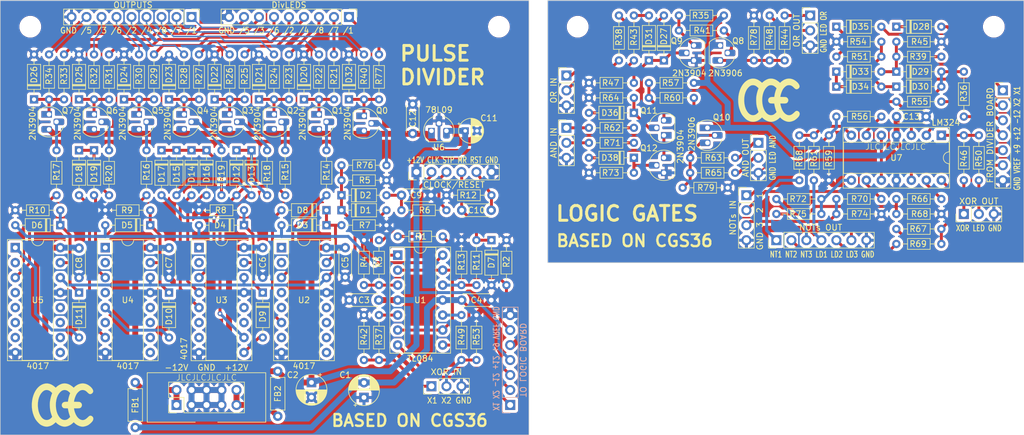
<source format=kicad_pcb>
(kicad_pcb (version 20221018) (generator pcbnew)
  (layers (0 "F.Cu" signal) (31 "B.Cu" signal) (34 "B.Paste" user) (35 "F.Paste" user) (36 "B.SilkS" user "B.Silkscreen") (37 "F.SilkS" user "F.Silkscreen") (38 "B.Mask" user) (39 "F.Mask" user) (44 "Edge.Cuts" user))
  (net 0 "")
  (net 1 "GND")
  (net 2 "-12V")
  (net 3 "+12V")
  (net 4 "Net-(D2-A)")
  (net 5 "/RESET")
  (net 6 "/MAN_RST")
  (net 7 "+9V")
  (net 8 "Net-(D1-K)")
  (net 9 "Net-(D1-A)")
  (net 10 "Net-(D3-K)")
  (net 11 "Net-(D3-A)")
  (net 12 "Net-(D4-K)")
  (net 13 "Net-(D10-K)")
  (net 14 "Net-(D11-K)")
  (net 15 "Net-(D8-A)")
  (net 16 "Net-(D9-A)")
  (net 17 "Net-(D10-A)")
  (net 18 "Net-(D11-A)")
  (net 19 "Net-(D12-K)")
  (net 20 "Net-(D12-A)")
  (net 21 "Net-(D13-A)")
  (net 22 "Net-(D14-K)")
  (net 23 "Net-(D14-A)")
  (net 24 "Net-(D16-A)")
  (net 25 "Net-(D18-K)")
  (net 26 "Net-(D18-A)")
  (net 27 "Net-(D19-A)")
  (net 28 "Net-(D20-K)")
  (net 29 "Net-(D21-K)")
  (net 30 "Net-(D22-K)")
  (net 31 "Net-(D23-K)")
  (net 32 "Net-(D24-K)")
  (net 33 "Net-(D25-K)")
  (net 34 "Net-(D26-K)")
  (net 35 "Net-(D27-K)")
  (net 36 "Net-(D27-A)")
  (net 37 "Net-(D28-K)")
  (net 38 "Net-(D29-K)")
  (net 39 "Net-(D29-A)")
  (net 40 "Net-(D31-A)")
  (net 41 "Net-(D33-K)")
  (net 42 "Net-(D35-K)")
  (net 43 "Net-(D36-K)")
  (net 44 "Net-(D36-A)")
  (net 45 "Net-(D38-K)")
  (net 46 "Net-(D38-A)")
  (net 47 "Net-(J1-Pin_1)")
  (net 48 "Net-(J1-Pin_10)")
  (net 49 "/CLK")
  (net 50 "/MAN_STP")
  (net 51 "/L7")
  (net 52 "/L8")
  (net 53 "/L4")
  (net 54 "/L2")
  (net 55 "/L6")
  (net 56 "/L3")
  (net 57 "/L5")
  (net 58 "/O7")
  (net 59 "/O8")
  (net 60 "/O4")
  (net 61 "/O2")
  (net 62 "/O6")
  (net 63 "/O3")
  (net 64 "/O5")
  (net 65 "/Logic Gates/OR1")
  (net 66 "/Logic Gates/OR2")
  (net 67 "/Logic Gates/OR")
  (net 68 "/Logic Gates/ORLED")
  (net 69 "/Logic Gates/XOR")
  (net 70 "/Logic Gates/XORLED")
  (net 71 "/Logic Gates/AND")
  (net 72 "/Logic Gates/ANDLED")
  (net 73 "/Logic Gates/NIN1")
  (net 74 "/Logic Gates/NIN2")
  (net 75 "/Logic Gates/NIN3")
  (net 76 "/Logic Gates/AND1")
  (net 77 "/Logic Gates/AND2")
  (net 78 "/Logic Gates/NOT1")
  (net 79 "/Logic Gates/NOT2")
  (net 80 "/Logic Gates/NOT3")
  (net 81 "/Logic Gates/NOT1LED")
  (net 82 "/Logic Gates/NOT2LED")
  (net 83 "/Logic Gates/NOT3LED")
  (net 84 "Net-(Q1-B)")
  (net 85 "Net-(Q2-B)")
  (net 86 "Net-(Q3-B)")
  (net 87 "Net-(Q4-B)")
  (net 88 "Net-(Q5-B)")
  (net 89 "Net-(Q6-B)")
  (net 90 "Net-(Q7-B)")
  (net 91 "Net-(Q8-B)")
  (net 92 "Net-(Q9-C)")
  (net 93 "Net-(Q10-B)")
  (net 94 "Net-(Q11-E)")
  (net 95 "Net-(Q11-C)")
  (net 96 "VREF")
  (net 97 "Net-(U1A-+)")
  (net 98 "Net-(U1B-+)")
  (net 99 "Net-(U2-Q0)")
  (net 100 "Net-(U5-Q0)")
  (net 101 "Net-(U1C-+)")
  (net 102 "Net-(R46-Pad2)")
  (net 103 "Net-(U1D-+)")
  (net 104 "+9VA")
  (net 105 "Net-(R58-Pad2)")
  (net 106 "GNDA")
  (net 107 "Net-(R67-Pad2)")
  (net 108 "+12VA")
  (net 109 "Net-(R72-Pad2)")
  (net 142 "-12VA")
  (net 143 "Net-(U7B--)")
  (net 144 "Net-(U7C--)")
  (net 145 "VREFA")
  (net 146 "/Logic Gates/X1A")
  (net 147 "/Logic Gates/X2A")
  (net 148 "/XOR1")
  (net 149 "/XOR2")
  (net 150 "/X1")
  (net 151 "/X2")
  (net 152 "Net-(D30-K)")
  (net 153 "Net-(U7D--)")
  (net 154 "/L1")
  (net 155 "Net-(D32-K)")
  (net 156 "Net-(Q0-B)")
  (net 157 "Net-(Q8-C)")
  (net 158 "Net-(Q10-C)")
  (net 159 "/O1")
  (footprint "CGE_footprints:R_Axial_DIN0204_L3.6mm_D1.6mm_P7.62mm_Horizontal" (layer "F.Cu") (at 153.67 87.63 180)
    (fp_text reference "R71")
    (fp_text value "100k")
  )
  (footprint "CGE_footprints:R_Axial_DIN0204_L3.6mm_D1.6mm_P7.62mm_Horizontal" (layer "F.Cu") (at 198.12 102.235)
    (fp_text reference "R67")
    (fp_text value "1k")
  )
  (footprint "Connector_PinHeader_2.54mm:PinHeader_1x09_P2.54mm_Vertical" (layer "F.Cu") (at 78.74 66.294 -90)
    (fp_text reference "J6" hide)
    (fp_text value "DivOUT")
  )
  (footprint "Package_DIP:DIP-14_W7.62mm_Socket" (layer "F.Cu") (at 113.665 106.68)
    (fp_text reference "U1")
    (fp_text value "TL084")
  )
  (footprint "CGE_footprints:R_Axial_DIN0204_L3.6mm_D1.6mm_P7.62mm_Horizontal" (layer "F.Cu") (at 83.82 96.52 90)
    (fp_text reference "R19")
    (fp_text value "200k")
  )
  (footprint "CGE_footprints:R_Axial_DIN0204_L3.6mm_D1.6mm_P7.62mm_Horizontal" (layer "F.Cu") (at 57.15 72.644 -90)
    (fp_text reference "R33")
    (fp_text value "33k")
  )
  (footprint "Package_DIP:DIP-16_W7.62mm_Socket" (layer "F.Cu") (at 48.895 105.41)
    (fp_text reference "U5")
    (fp_text value "4017")
  )
  (footprint "CGE_footprints:R_Axial_DIN0204_L3.6mm_D1.6mm_P7.62mm_Horizontal" (layer "F.Cu") (at 170.815 90.17 180)
    (fp_text reference "R63")
    (fp_text value "2k2")
  )
  (footprint "CGE_footprints:R_Axial_DIN0204_L3.6mm_D1.6mm_P7.62mm_Horizontal" (layer "F.Cu") (at 80.01 99.06)
    (fp_text reference "R8")
    (fp_text value "100k")
  )
  (footprint "CGE_footprints:R_Axial_DIN0204_L3.6mm_D1.6mm_P7.62mm_Horizontal" (layer "F.Cu") (at 177.8 99.695)
    (fp_text reference "R75")
    (fp_text value "15k")
  )
  (footprint "Package_TO_SOT_THT:TO-92_HandSolder" (layer "F.Cu") (at 158.75 86.36 90)
    (fp_text reference "Q11")
    (fp_text value "2N3904")
  )
  (footprint "CGE_footprints:D_DO-35_SOD27_P7.62mm_Horizontal" (layer "F.Cu") (at 73.66 88.9 -90)
    (fp_text reference "D17")
    (fp_text value "1N914")
  )
  (footprint "CGE_footprints:R_Axial_DIN0204_L3.6mm_D1.6mm_P7.62mm_Horizontal" (layer "F.Cu") (at 146.05 77.47)
    (fp_text reference "R47")
    (fp_text value "200k")
  )
  (footprint "CGE_footprints:R_Axial_DIN0204_L3.6mm_D1.6mm_P7.62mm_Horizontal" (layer "F.Cu") (at 54.61 72.644 -90)
    (fp_text reference "R34")
    (fp_text value "2k2")
  )
  (footprint "CGE_footprints:R_Axial_DIN0204_L3.6mm_D1.6mm_P7.62mm_Horizontal" (layer "F.Cu") (at 124.46 116.84 -90)
    (fp_text reference "R49")
    (fp_text value "100k")
  )
  (footprint "CGE_footprints:R_Axial_DIN0204_L3.6mm_D1.6mm_P7.62mm_Horizontal" (layer "F.Cu") (at 87.735 72.644 -90)
    (fp_text reference "R25")
    (fp_text value "33k")
  )
  (footprint "CGE_footprints:C_Disc_D4.3mm_W1.9mm_P5.00mm" (layer "F.Cu") (at 104.775 105.41 -90)
    (fp_text reference "C5")
    (fp_text value "100n")
  )
  (footprint "CGE_footprints:R_Axial_DIN0204_L3.6mm_D1.6mm_P7.62mm_Horizontal" (layer "F.Cu") (at 64.77 72.644 -90)
    (fp_text reference "R31")
    (fp_text value "33k")
  )
  (footprint "Connector_PinHeader_2.54mm:PinHeader_1x03_P2.54mm_Vertical" (layer "F.Cu") (at 142.24 76.215)
    (fp_text reference "J7" hide)
    (fp_text value "OR_IN")
  )
  (footprint "CGE_footprints:D_DO-35_SOD27_P7.62mm_Horizontal" (layer "F.Cu") (at 62.23 88.9 -90)
    (fp_text reference "D19")
    (fp_text value "1N914")
  )
  (footprint "CGE_footprints:D_DO-35_SOD27_P7.62mm_Horizontal" (layer "F.Cu") (at 101.6 101.6 180)
    (fp_text reference "D3")
    (fp_text value "1N914")
  )
  (footprint "CGE_footprints:D_DO-35_SOD27_P7.62mm_Horizontal" (layer "F.Cu") (at 87.63 101.6 180)
    (fp_text reference "D4")
    (fp_text value "1N914")
  )
  (footprint "CGE_footprints:R_Axial_DIN0204_L3.6mm_D1.6mm_P7.62mm_Horizontal" (layer "F.Cu") (at 205.74 97.155 180)
    (fp_text reference "R66")
    (fp_text value "100k")
  )
  (footprint "CGE_footprints:D_DO-35_SOD27_P7.62mm_Horizontal" (layer "F.Cu") (at 76.2 88.9 -90)
    (fp_text reference "D15")
    (fp_text value "1N914")
  )
  (footprint "CGE_footprints:C_Disc_D4.3mm_W1.9mm_P5.00mm" (layer "F.Cu") (at 74.93 105.45 -90)
    (fp_text reference "C7")
    (fp_text value "100n")
  )
  (footprint "CGE_footprints:D_DO-35_SOD27_P7.62mm_Horizontal" (layer "F.Cu") (at 74.93 113.03 -90)
    (fp_text reference "D10")
    (fp_text value "1N914")
  )
  (footprint "Connector_PinHeader_2.54mm:PinHeader_1x03_P2.54mm_Vertical" (layer "F.Cu") (at 142.24 85.09)
    (fp_text reference "J13" hide)
    (fp_text value "AND_IN")
  )
  (footprint "Package_DIP:DIP-16_W7.62mm_Socket" (layer "F.Cu") (at 93.98 105.41)
    (fp_text reference "U2")
    (fp_text value "4017")
  )
  (footprint "CGE_footprints:Power_2x05" (layer "F.Cu") (at 86.36 129.54 -90)
    (fp_text reference "J1" hide)
    (fp_text value "POWER")
  )
  (footprint "CGE_footprints:CGE_logo" (layer "F.Cu") (at 56.896 132.08)
    (fp_text reference "G***" hide)
    (fp_text value "LOGO" hide)
  )
  (footprint "CGE_footprints:R_Axial_DIN0204_L3.6mm_D1.6mm_P7.62mm_Horizontal" (layer "F.Cu") (at 55.88 88.9 -90)
    (fp_text reference "R17")
    (fp_text value "200k")
  )
  (footprint "CGE_footprints:R_Axial_DIN0204_L3.6mm_D1.6mm_P7.62mm_Horizontal" (layer "F.Cu") (at 161.29 66.04)
    (fp_text reference "R35")
    (fp_text value "100k")
  )
  (footprint "CGE_footprints:R_Axial_DIN0204_L3.6mm_D1.6mm_P7.62mm_Horizontal" (layer "F.Cu") (at 205.74 80.645 180)
    (fp_text reference "R55")
    (fp_text value "200k")
  )
  (footprint "CGE_footprints:D_DO-35_SOD27_P7.62mm_Horizontal" (layer "F.Cu") (at 97.79 80.264 90)
    (fp_text reference "D20")
    (fp_text value "1N914")
  )
  (footprint "CGE_footprints:R_Axial_DIN0204_L3.6mm_D1.6mm_P7.62mm_Horizontal" (layer "F.Cu") (at 205.74 70.485 180)
    (fp_text reference "R45")
    (fp_text value "100k")
  )
  (footprint "Connector_PinHeader_2.54mm:PinHeader_1x04_P2.54mm_Vertical" (layer "F.Cu") (at 172.72 96.52)
    (fp_text reference "J12" hide)
    (fp_text value "NOT_IN")
  )
  (footprint "CGE_footprints:R_Axial_DIN0204_L3.6mm_D1.6mm_P7.62mm_Horizontal" (layer "F.Cu") (at 146.05 80.01)
    (fp_text reference "R64")
    (fp_text value "200k")
  )
  (footprint "CGE_footprints:R_Axial_DIN0204_L3.6mm_D1.6mm_P7.62mm_Horizontal" (layer "F.Cu") (at 121.92 99.06 180)
    (fp_text reference "R6")
    (fp_text value "10k")
  )
  (footprint "Inductor_THT:L_Axial_L5.3mm_D2.2mm_P7.62mm_Horizontal_Vishay_IM-1" (layer "F.Cu") (at 69.215 135.89 90)
    (fp_text reference "FB1")
    (fp_text value "FB")
  )
  (footprint "CGE_footprints:R_Axial_DIN0204_L3.6mm_D1.6mm_P7.62mm_Horizontal" (layer "F.Cu") (at 163.83 80.01 180)
    (fp_text reference "R60")
    (fp_text value "47k")
  )
  (footprint "CGE_footprints:D_DO-35_SOD27_P7.62mm_Horizontal" (layer "F.Cu") (at 104.14 96.52)
    (fp_text reference "D2")
    (fp_text value "1N914")
  )
  (footprint "CGE_footprints:D_DO-35_SOD27_P7.62mm_Horizontal" (layer "F.Cu") (at 104.14 99.06)
    (fp_text reference "D1")
    (fp_text value "1N914")
  )
  (footprint "CGE_footprints:R_Axial_DIN0204_L3.6mm_D1.6mm_P7.62mm_Horizontal" (layer "F.Cu") (at 195.58 73.025 180)
    (fp_text reference "R51")
    (fp_text value "27k")
  )
  (footprint "CGE_footprints:D_DO-35_SOD27_P7.62mm_Horizontal" (layer "F.Cu") (at 81.28 88.9 -90)
    (fp_text reference "D16")
    (fp_text value "1N914")
  )
  (footprint "CGE_footprints:R_Axial_DIN0204_L3.6mm_D1.6mm_P7.62mm_Horizontal" (layer "F.Cu") (at 176.657 66.04 -90)
    (fp_text reference "R48")
    (fp_text value "47k")
  )
  (footprint "CGE_footprints:D_DO-35_SOD27_P7.62mm_Horizontal" (layer "F.Cu") (at 198.12 67.945)
    (fp_text reference "D28")
    (fp_text value "1N914")
  )
  (footprint "CGE_footprints:C_Disc_D4.3mm_W1.9mm_P5.00mm" (layer "F.Cu") (at 116.205 86.066 90)
    (fp_text reference "C12")
    (fp_text value "100n")
  )
  (footprint "Package_TO_SOT_THT:TO-92_HandSolder" (layer "F.Cu") (at 166.116 85.09 -90)
    (fp_text reference "Q10")
    (fp_text value "2N3906")
  )
  (footprint "CGE_footprints:D_DO-35_SOD27_P7.62mm_Horizontal" (layer "F.Cu") (at 52.07 80.264 90)
    (fp_text reference "D26")
    (fp_text value "1N914")
  )
  (footprint "CGE_footprints:R_Axial_DIN0204_L3.6mm_D1.6mm_P7.62mm_Horizontal" (layer "F.Cu") (at 121.285 103.505 180)
    (fp_text reference "R1")
    (fp_text value "100k")
  )
  (footprint "CGE_footprints:D_DO-35_SOD27_P7.62mm_Horizontal" (layer "F.Cu") (at 67.31 80.264 90)
    (fp_text reference "D24")
    (fp_text value "1N914")
  )
  (footprint "Package_DIP:DIP-14_W7.62mm_Socket" (layer "F.Cu") (at 205.74 86.36 -90)
    (fp_text reference "U7")
    (fp_text value "LM324")
  )
  (footprint "Package_TO_SOT_THT:TO-92_HandSolder" (layer "F.Cu") (at 100.33 82.804 -90)
    (fp_text reference "Q1")
    (fp_text value "2N3904")
  )
  (footprint "CGE_footprints:R_Axial_DIN0204_L3.6mm_D1.6mm_P7.62mm_Horizontal" (layer "F.Cu") (at 187.96 70.485)
    (fp_text reference "R54")
    (fp_text value "100k")
  )
  (footprint "CGE_footprints:R_Axial_DIN0204_L3.6mm_D1.6mm_P7.62mm_Horizontal" (layer "F.Cu") (at 110.49 116.84 -90)
    (fp_text reference "R37")
    (fp_text value "100k")
  )
  (footprint "CGE_footprints:R_Axial_DIN0204_L3.6mm_D1.6mm_P7.62mm_Horizontal" (layer "F.Cu") (at 156.21 77.47)
    (fp_text reference "R57")
    (fp_text value "100k")
  )
  (footprint "CGE_footprints:R_Axial_DIN0204_L3.6mm_D1.6mm_P7.62mm_Horizontal" (layer "F.Cu") (at 153.67 85.09 180)
    (fp_text reference "R62")
    (fp_text value "100k")
  )
  (footprint "CGE_footprints:R_Axial_DIN0204_L3.6mm_D1.6mm_P7.62mm_Horizontal" (layer "F.Cu") (at 124.46 104.14 -90)
    (fp_text reference "R13")
    (fp_text value "100k")
  )
  (footprint "CGE_footprints:D_DO-35_SOD27_P7.62mm_Horizontal" (layer "F.Cu") (at 105.41 80.264 90)
    (fp_text reference "D32")
    (fp_text value "1N914")
  )
  (footprint "CGE_footprints:R_Axial_DIN0204_L3.6mm_D1.6mm_P7.62mm_Horizontal" (layer "F.Cu") (at 198.12 73.025)
    (fp_text reference "R39")
    (fp_text value "27k")
  )
  (footprint "CGE_footprints:R_Axial_DIN0204_L3.6mm_D1.6mm_P7.62mm_Horizontal" (layer "F.Cu") (at 107.95 104.14 -90)
    (fp_text reference "R4")
    (fp_text value "100k")
  )
  (footprint "CGE_footprints:R_Axial_DIN0204_L3.6mm_D1.6mm_P7.62mm_Horizontal" (layer "F.Cu") (at 195.58 99.695 180)
    (fp_text reference "R74")
    (fp_text value "100k")
  )
  (footprint "CGE_footprints:D_DO-35_SOD27_P7.62mm_Horizontal" (layer "F.Cu") (at 59.69 80.264 90)
    (fp_text reference "D25")
    (fp_text value "1N914")
  )
  (footprint "CGE_footprints:R_Axial_DIN0204_L3.6mm_D1.6mm_P7.62mm_Horizontal" (layer "F.Cu") (at 127 116.84 -90)
    (fp_text reference "R53")
    (fp_text value "100k")
  )
  (footprint "CGE_footprints:D_DO-35_SOD27_P7.62mm_Horizontal" (layer "F.Cu") (at 74.93 80.264 90)
    (fp_text reference "D23")
    (fp_text value "1N914")
  )
  (footprint "CGE_footprints:R_Axial_DIN0204_L3.6mm_D1.6mm_P7.62mm_Horizontal" (layer "F.Cu") (at 64.77 96.52 90)
    (fp_text reference "R20")
    (fp_text value "200k")
  )
  (footprint "CGE_footprints:C_Disc_D4.3mm_W1.9mm_P5.00mm" (layer "F.Cu") (at 110.45 114.3 180)
    (fp_text reference "C3")
    (fp_text value "100n")
  )
  (footprint "CGE_footprints:D_DO-35_SOD27_P7.62mm_Horizontal" (layer "F.Cu") (at 90.805 113.03 -90)
    (fp_text reference "D9")
    (fp_text value "1N914")
  )
  (footprint "Capacitor_THT:CP_Radial_D5.0mm_P2.50mm" (layer "F.Cu") (at 107.95 130.81 90)
    (fp_text reference "C1")
    (fp_text value "10u")
  )
  (footprint "CGE_footprints:R_Axial_DIN0204_L3.6mm_D1.6mm_P7.62mm_Horizontal" (layer "F.Cu") (at 179.197 66.04 -90)
    (fp_text reference "R44")
    (fp_text value "2k2")
  )
  (footprint "CGE_footprints:R_Axial_DIN0204_L3.6mm_D1.6mm_P7.62mm_Horizontal" (layer "F.Cu") (at 85.195 72.644 -90)
    (fp_text reference "R26")
    (fp_text value "2k2")
  )
  (footprint "CGE_footprints:D_DO-35_SOD27_P7.62mm_Horizontal" (layer "F.Cu") (at 187.96 67.945)
    (fp_text reference "D35")
    (fp_text value "1N914")
  )
  (footprint "CGE_footprints:R_Axial_DIN0204_L3.6mm_D1.6mm_P7.62mm_Horizontal" (layer "F.Cu") (at 95.25 72.644 -90)
    (fp_text reference "R23")
    (fp_text value "33k")
  )
  (footprint "CGE_footprints:D_DO-35_SOD27_P7.62mm_Horizontal" (layer "F.Cu") (at 187.96 78.105)
    (fp_text reference "D34")
    (fp_text value "1N914")
  )
  (footprint "CGE_footprints:C_Disc_D4.3mm_W1.9mm_P5.00mm" (layer "F.Cu") (at 90.805 105.41 -90)
    (fp_text reference "C6")
    (fp_text value "100n")
  )
  (footprint "CGE_footprints:R_Axial_DIN0204_L3.6mm_D1.6mm_P7.62mm_Horizontal" (layer "F.Cu") (at 151.13 66.04 -90)
    (fp_text reference "R38")
    (fp_text value "100k")
  )
  (footprint "Connector_PinHeader_2.54mm:PinHeader_1x07_P2.54mm_Vertical" (layer "F.Cu") (at 216.154 78.735)
    (fp_text reference "J9" hide)
    (fp_text value "FROM_DIVIDER")
  )
  (footprint "CGE_footprints:R_Axial_DIN0204_L3.6mm_D1.6mm_P7.62mm_Horizontal" (layer "F.Cu") (at 177.8 97.155)
    (fp_text reference "R72")
    (fp_text value "1k")
  )
  (footprint "CGE_footprints:R_Axial_DIN0204_L3.6mm_D1.6mm_P7.62mm_Horizontal" (layer "F.Cu") (at 212.09 93.98 90)
    (fp_text reference "R50")
    (fp_text value "47k")
  )
  (footprint "Package_TO_SOT_THT:TO-92_HandSolder" (layer "F.Cu") (at 163.83 73.66 90)
    (fp_text reference "Q9")
    (fp_text value "2N3904")
  )
  (footprint "Connector_PinHeader_2.54mm:PinHeader_1x03_P2.54mm_Vertical" (layer "F.Cu") (at 174.752 87.63)
    (fp_text reference "J11" hide)
    (fp_text value "AND_OUT")
  )
  (footprint "CGE_footprints:R_Axial_DIN0204_L3.6mm_D1.6mm_P7.62mm_Horizontal" (layer "F.Cu") (at 209.55 93.98 90)
    (fp_text reference "R46")
    (fp_text value "1k")
  )
  (footprint "CGE_footprints:R_Axial_DIN0204_L3.6mm_D1.6mm_P7.62mm_Horizontal" (layer "F.Cu") (at 132.08 104.14 -90)
    (fp_text reference "R2")
    (fp_text value "15k")
  )
  (footprint "CGE_footprints:D_DO-35_SOD27_P7.62mm_Horizontal" (layer "F.Cu") (at 78.74 88.9 -90)
    (fp_text reference "D14")
    (fp_text value "1N914")
  )
  (footprint "CGE_footprints:D_DO-35_SOD27_P7.62mm_Horizontal" (layer "F.Cu") (at 71.755 101.6 180)
    (fp_text reference "D5")
    (fp_text value "1N914")
  )
  (footprint "MountingHole:MountingHole_3.2mm_M3" (layer "F.Cu") (at 214.63 67.945)
    (fp_text reference "REF**" hide)
    (fp_text value "3.2mm_Hole")
  )
  (footprint "CGE_footprints:D_DO-35_SOD27_P7.62mm_Horizontal" (layer "F.Cu") (at 86.36 88.9 -90)
    (fp_text reference "D12")
    (fp_text value "1N914")
  )
  (footprint "CGE_footprints:R_Axial_DIN0204_L3.6mm_D1.6mm_P7.62mm_Horizontal" (layer "F.Cu") (at 110.49 72.644 -90)
    (fp_text reference "R77")
    (fp_text value "33k")
  )
  (footprint "Connector_PinHeader_2.54mm:PinHeader_1x07_P2.54mm_Vertical" (layer "F.Cu") (at 177.8 104.14 90)
    (fp_text reference "J14" hide)
    (fp_text value "NOT_OUT")
  )
  (footprint "CGE_footprints:R_Axial_DIN0204_L3.6mm_D1.6mm_P7.62mm_Horizontal" (layer "F.Cu") (at 195.58 97.155 180)
    (fp_text reference "R70")
    (fp_text value "100k")
  )
  (footprint "Connector_PinHeader_2.54mm:PinHeader_1x03_P2.54mm_Vertical" (layer "F.Cu") (at 119.38 128.905 90)
    (fp_text reference "J3" hide)
    (fp_text value "XOR_IN")
  )
  (footprint "Package_TO_SOT_THT:TO-92_HandSolder" (layer "F.Cu") (at 62.23 82.804 -90)
    (fp_text reference "Q6")
    (fp_text value "2N3904")
  )
  (footprint "CGE_footprints:R_Axial_DIN0204_L3.6mm_D1.6mm_P7.62mm_Horizontal" (layer "F.Cu") (at 64.135 99.06)
    (fp_text reference "R9")
    (fp_text value "100k")
  )
  (footprint "Capacitor_THT:CP_Radial_D4.0mm_P2.00mm" (layer "F.Cu") (at 125.095 85.598)
    (fp_text reference "C11")
    (fp_text value "1u")
  )
  (footprint "MountingHole:MountingHole_3.2mm_M3" (layer "F.Cu") (at 51.435 67.945)
    (fp_text reference "REF**" hide)
    (fp_text value "3.2mm_")
  )
  (footprint "CGE_footprints:D_DO-35_SOD27_P7.62mm_Horizontal" (layer "F.Cu") (at 153.67 82.55 180)
    (fp_text reference "D36")
    (fp_text value "1N914")
  )
  (footprint "Inductor_THT:L_Axial_L5.3mm_D2.2mm_P7.62mm_Horizontal_Vishay_IM-1" (layer "F.Cu") (at 93.345 126.365 -90)
    (fp_text reference "FB2")
    (fp_text value "FB")
  )
  (footprint "Package_TO_SOT_THT:TO-92_HandSolder" (layer "F.Cu") (at 92.71 82.804 -90)
    (fp_text reference "Q2")
    (fp_text value "2N3904")
  )
  (footprint "CGE_footprints:D_DO-35_SOD27_P7.62mm_Horizontal" (layer "F.Cu") (at 153.67 90.17 180)
    (fp_text reference "D38")
    (fp_text value "1N914")
  )
  (footprint "CGE_footprints:R_Axial_DIN0204_L3.6mm_D1.6mm_P7.62mm_Horizontal" (layer "F.Cu") (at 72.39 72.644 -90)
    (fp_text reference "R29")
    (fp_text value "33k")
  )
  (footprint "CGE_footprints:C_Disc_D4.3mm_W1.9mm_P5.00mm" (layer "F.Cu") (at 198.16 83.185)
    (fp_text reference "C13")
    (fp_text value "100n")
  )
  (footprint "Package_TO_SOT_THT:TO-92_HandSolder" (layer "F.Cu") (at 119.38 85.598)
    (fp_text reference "U6")
    (fp_text value "L78L09_TO92")
  )
  (footprint "CGE_footprints:R_Axial_DIN0204_L3.6mm_D1.6mm_P7.62mm_Horizontal" (layer "F.Cu") (at 205.74 99.695 180)
    (fp_text reference "R68")
    (fp_text value "100k")
  )
  (footprint "Capacitor_THT:CP_Radial_D5.0mm_P2.50mm" (layer "F.Cu") (at 99.06 128.27 -90)
    (fp_text reference "C2")
    (fp_text value "10u")
  )
  (footprint "CGE_footprints:D_DO-35_SOD27_P7.62mm_Horizontal" (layer "F.Cu") (at 82.655 80.264 90)
    (fp_text reference "D22")
    (fp_text value "1N914")
  )
  (footprint "CGE_footprints:D_DO-35_SOD27_P7.62mm_Horizontal" (layer "F.Cu") (at 187.96 75.565)
    (fp_text reference "D33")
    (fp_text value "1N914")
  )
  (footprint "CGE_footprints:D_DO-35_SOD27_P7.62mm_Horizontal" (layer "F.Cu") (at 198.12 78.105)
    (fp_text reference "D30")
    (fp_text value "1N914")
  )
  (footprint "CGE_footprints:R_Axial_DIN0204_L3.6mm_D1.6mm_P7.62mm_Horizontal" (layer "F.Cu") (at 69.85 72.644 -90)
    (fp_text reference "R30")
    (fp_text value "2k2")
  )
  (footprint "CGE_footprints:R_Axial_DIN0204_L3.6mm_D1.6mm_P7.62mm_Horizontal" (layer "F.Cu") (at 181.685 93.98 90)
    (fp_text reference "R58")
    (fp_text value "1k")
  )
  (footprint "CGE_footprints:C_Disc_D4.3mm_W1.9mm_P5.00mm" (layer "F.Cu") (at 114.3 96.52)
    (fp_text reference "C9")
    (fp_text value "100n")
  )
  (footprint "CGE_footprints:D_DO-35_SOD27_P7.62mm_Horizontal" (layer "F.Cu") (at 59.69 88.9 -90)
    (fp_text reference "D18")
    (fp_text value "1N914")
  )
  (footprint "CGE_footprints:D_DO-35_SOD27_P7.62mm_Horizontal" (layer "F.Cu") (at 129.54 104.14 -90)
    (fp_text reference "D7")
    (fp_text value "1N914")
  )
  (footprint "CGE_footprints:R_Axial_DIN0204_L3.6mm_D1.6mm_P7.62mm_Horizontal" (layer "F.Cu") (at 173.99 66.04 -90)
    (fp_text reference "R78")
    (fp_text value "100k")
  )
  (footprint "CGE_footprints:R_Axial_DIN0204_L3.6mm_D1.6mm_P7.62mm_Horizontal" (layer "F.Cu") (at 153.67 66.04 -90)
    (fp_text reference "R43")
    (fp_text value "100k")
  )
  (footprint "Connector_PinHeader_2.54mm:PinHeader_1x06_P2.54mm_Vertical" (layer "F.Cu") (at 116.84 92.583 90)
    (fp_text reference "J2" hide)
    (fp_text value "CLK/RST")
  )
  (footprint "CGE_footprints:R_Axial_DIN0204_L3.6mm_D1.6mm_P7.62mm_Horizontal" (layer "F.Cu") (at 107.95 116.84 -90)
    (fp_text reference "R42")
    (fp_text value "100k")
  )
  (footprint "CGE_footprints:R_Axial_DIN0204_L3.6mm_D1.6mm_P7.62mm_Horizontal" (layer "F.Cu") (at 94.615 88.9 -90)
    (fp_text reference "R15")
    (fp_text value "200k")
  )
  (footprint "Package_TO_SOT_THT:TO-92_HandSolder" (layer "F.Cu") (at 158.75 92.71 90)
    (fp_text reference "Q12")
    (fp_text value "2N3904")
  )
  (footprint "CGE_footprints:R_Axial_DIN0204_L3.6mm_D1.6mm_P7.62mm_Horizontal" (layer "F.Cu") (at 198.12 104.775)
    (fp_text reference "R69")
    (fp_text value "15k")
  )
  (footprint "CGE_footprints:R_Axial_DIN0204_L3.6mm_D1.6mm_P7.62mm_Horizontal" (layer "F.Cu") (at 111.76 101.6 180)
    (fp_text reference "R7")
    (fp_text value "100k")
  )
  (footprint "Package_TO_SOT_THT:TO-92_HandSolder" (layer "F.Cu") (at 107.95 83.058 -90)
    (fp_text reference "Q0")
    (fp_text value "2N3904")
  )
  (footprint "CGE_footprints:R_Axial_DIN0204_L3.6mm_D1.6mm_P7.62mm_Horizontal" (layer "F.Cu") (at 110.49 104.14 -90)
    (fp_text reference "R3")
    (fp_text value "10k")
  )
  (footprint "CGE_footprints:D_DO-35_SOD27_P7.62mm_Horizontal" (layer "F.Cu") (at 101.6 99.06 180)
    (fp_text reference "D8")
    (fp_text value "1N914")
  )
  (footprint "CGE_footprints:R_Axial_DIN0204_L3.6mm_D1.6mm_P7.62mm_Horizontal" (layer "F.Cu") (at 80.01 72.644 -90)
    (fp_text reference "R27")
    (fp_text value "33k")
  )
  (footprint "CGE_footprints:R_Axial_DIN0204_L3.6mm_D1.6mm_P7.62mm_Horizontal" (layer "F.Cu") (at 168.91 68.58 180)
    (fp_text reference "R41")
    (fp_text value "47k")
  )
  (footprint "CGE_footprints:D_DO-35_SOD27_P7.62mm_Horizontal" (layer "F.Cu") (at 56.515 101.6 180)
    (fp_text reference "D6")
    (fp_text value "1N914")
  )
  (footprint "CGE_footprints:R_Axial_DIN0204_L3.6mm_D1.6mm_P7.62mm_Horizontal" (layer "F.Cu") (at 209.55 75.565 -90)
    (fp_text reference "R36")
    (fp_text value "200k")
  )
  (footprint "CGE_footprints:D_DO-35_SOD27_P7.62mm_Horizontal" (layer "F.Cu") (at 158.75 73.66 90)
    (fp_text reference "D27")
    (fp_text value "1N914")
  )
  (footprint "CGE_footprints:R_Axial_DIN0204_L3.6mm_D1.6mm_P7.62mm_Horizontal" (layer "F.Cu") (at 102.87 72.644 -90)
    (fp_text reference "R21")
    (fp_text value "33k")
  )
  (footprint "Package_DIP:DIP-16_W7.62mm_Socket" (layer "F.Cu") (at 80.01 105.41)
    (fp_text reference "U3")
    (fp_text value "4017")
  )
  (footprint "CGE_footprints:R_Axial_DIN0204_L3.6mm_D1.6mm_P7.62mm_Horizontal" (layer "F.Cu") (at 71.12 88.9 -90)
    (fp_text reference "R16")
    (fp_text value "200k")
  )
  (footprint "Package_TO_SOT_THT:TO-92_HandSolder" (layer "F.Cu") (at 77.47 82.804 -90)
    (fp_text reference "Q4")
    (fp_text value "2N3904")
  )
  (footprint "CGE_footprints:D_DO-35_SOD27_P7.62mm_Horizontal" (layer "F.Cu") (at 156.21 73.66 90)
    (fp_text reference "D31")
    (fp_text value "1N914")
  )
  (footprint "CGE_footprints:R_Axial_DIN0204_L3.6mm_D1.6mm_P7.62mm_Horizontal" (layer "F.Cu") (at 107.95 72.644 -90)
    (fp_text reference "R40")
    (fp_text value "2k2")
  )
  (footprint "CGE_footprints:D_DO-35_SOD27_P7.62mm_Horizontal" (layer "F.Cu") (at 198.12 75.565)
    (fp_text reference "D29")
    (fp_text value "1N914")
  )
  (footprint "Package_TO_SOT_THT:TO-92_HandSolder" (layer "F.Cu") (at 168.275 71.12 -90)
    (fp_text reference "Q8")
    (fp_text value "2N3906")
  )
  (footprint "CGE_footprints:R_Axial_DIN0204_L3.6mm_D1.6mm_P7.62mm_Horizontal" (layer "F.Cu") (at 91.545 96.52 90)
    (fp_text reference "R18")
    (fp_text value "200k")
  )
  (footprint "CGE_footprints:R_Axial_DIN0204_L3.6mm_D1.6mm_P7.62mm_Horizontal" (layer "F.Cu") (at 121.92 96.52)
    (fp_text reference "R12")
    (fp_text value "100k")
  )
  (footprint "CGE_footprints:C_Disc_D4.3mm_W1.9mm_P5.00mm" (layer "F.Cu") (at 59.69 105.49 -90)
    (fp_text reference "C8")
    (fp_text value "100n")
  )
  (footprint "Package_DIP:DIP-16_W7.62mm_Socket" (layer "F.Cu") (at 64.135 105.41)
    (fp_text reference "U4")
    (fp_text value "4017")
  )
  (footprint "CGE_footprints:R_Axial_DIN0204_L3.6mm_D1.6mm_P7.62mm_Horizontal" (layer "F.Cu") (at 77.47 72.644 -90)
    (fp_text reference "R28")
    (fp_text value "2k2")
  )
  (footprint "CGE_footprints:C_Disc_D4.3mm_W1.9mm_P5.00mm" (layer "F.Cu") (at 129.5 99.06 180)
    (fp_text reference "C10")
    (fp_text value "10n")
  )
  (footprint "CGE_footprints:R_Axial_DIN0204_L3.6mm_D1.6mm_P7.62mm_Horizontal" (layer "F.Cu") (at 195.58 83.185 180)
    (fp_text reference "R56")
    (fp_text value "100k")
  )
  (footprint "CGE_footprints:R_Axial_DIN0204_L3.6mm_D1.6mm_P7.62mm_Horizontal" (layer "F.Cu") (at 111.76 93.98 180)
    (fp_text reference "R5")
    (fp_text value "100k")
  )
  (footprint "CGE_footprints:R_Axial_DIN0204_L3.6mm_D1.6mm_P7.62mm_Horizontal" (layer "F.Cu") (at 184.15 93.98 90)
    (fp_text reference "R61")
    (fp_text value "15k")
  )
  (footprint "CGE_footprints:R_Axial_DIN0204_L3.6mm_D1.6mm_P7.62mm_Horizontal" (layer "F.Cu") (at 92.71 72.644 -90)
    (fp_text reference "R24")
    (fp_text value "2k2")
  )
  (footprint "CGE_footprints:D_DO-35_SOD27_P7.62mm_Horizontal" (layer "F.Cu") (at 90.17 80.264 90)
    (fp_text reference "D21")
    (fp_text value "1N914")
  )
  (footprint "CGE_footprints:R_Axial_DIN0204_L3.6mm_D1.6mm_P7.62mm_Horizontal" (layer "F.Cu") (at 146.05 92.71)
    (fp_text reference "R73")
    (fp_text value "200k")
  )
  (footprint "CGE_footprints:R_Axial_DIN0204_L3.6mm_D1.6mm_P7.62mm_Horizontal" (layer "F.Cu") (at 62.23 72.644 -90)
    (fp_text reference "R32")
    (fp_text value "2k2")
  )
  (footprint "Package_TO_SOT_THT:TO-92_HandSolder" (layer "F.Cu") (at 54.61 82.804 -90)
    (fp_text reference "Q7")
    (fp_text value "2N3904")
  )
  (footprint "CGE_footprints:R_Axial_DIN0204_L3.6mm_D1.6mm_P7.62mm_Horizontal" (layer "F.Cu") (at 111.76 91.44 180)
    (fp_text reference "R76")
    (fp_text value "200k")
  )
  (footprint "Connector_PinHeader_2.54mm:PinHeader_1x03_P2.54mm_Vertical" (layer "F.Cu") (at 209.55 99.695 90)
    (fp_text reference "J10" hide)
    (fp_text value "XOR_OUT")
  )
  (footprint "Connector_PinHeader_2.54mm:PinHeader_1x03_P2.54mm_Vertical" (layer "F.Cu") (at 183.515 66.04)
    (fp_text reference "J8" hide)
    (fp_text value "OR_OUT")
  )
  (footprint "CGE_footprints:D_DO-35_SOD27_P7.62mm_Horizontal" (layer "F.Cu") (at 59.69 113.03 -90)
    (fp_text reference "D11")
    (fp_text value "1N914")
  )
  (footprint "CGE_footprints:R_Axial_DIN0204_L3.6mm_D1.6mm_P7.62mm_Horizontal" (layer "F.Cu") (at 169.545 95.25 180)
    (fp_text reference "R79")
    (fp_text value "100k")
  )
  (footprint "Package_TO_SOT_THT:TO-92_HandSolder" (layer "F.Cu") (at 69.85 82.804 -90)
    (fp_text reference "Q5")
    (fp_text value "2N3904")
  )
  (footprint "CGE_footprints:C_Disc_D4.3mm_W1.9mm_P5.00mm" (layer "F.Cu") (at 124.5 114.3)
    (fp_text reference "C4")
    (fp_text value "100n")
  )
  (footprint "CGE_footprints:CGE_logo" (layer "F.Cu") (at 176.53 80.391)
    (fp_text reference "G***" hide)
    (fp_text value "LOGO" hide)
  )
  (footprint "CGE_footprints:R_Axial_DIN0204_L3.6mm_D1.6mm_P7.62mm_Horizontal" (layer "F.Cu") (at 48.895 99.06)
    (fp_text reference "R10")
    (fp_text value "100k")
  )
  (footprint "CGE_footprints:R_Axial_DIN0204_L3.6mm_D1.6mm_P7.62mm_Horizontal" (layer "F.Cu") (at 100.33 72.644 -90)
    (fp_text reference "R22")
    (fp_text value "2k2")
  )
  (footprint "CGE_footprints:R_Axial_DIN0204_L3.6mm_D1.6mm_P7.62mm_Horizontal" (layer "F.Cu") (at 127 104.14 -90)
    (fp_text reference "R11")
    (fp_text value "10k")
  )
  (footprint "MountingHole:MountingHole_3.2mm_M3" (layer "F.Cu") (at 144.145 67.945)
    (fp_text reference "REF**" hide)
    (fp_text value "3.2mm_Hole")
  )
  (footprint "CGE_footprints:D_DO-35_SOD27_P7.62mm_Horizontal" (layer "F.Cu") (at 88.9 88.9 -90)
    (fp_text reference "D13")
    (fp_text value "1N914")
  )
  (footprint "CGE_footprints:R_Axial_DIN0204_L3.6mm_D1.6mm_P7.62mm_Horizontal" (layer "F.Cu") (at 101.6 88.9 -90)
    (fp_text reference "R14")
    (fp_text value "200k")
  )
  (footprint "CGE_footprints:R_Axial_DIN0204_L3.6mm_D1.6mm_P7.62mm_Horizontal" (layer "F.Cu") (at 186.69 93.98 90)
    (fp_text reference "R59")
    (fp_text value "100k")
  )
  (footprint "Connector_PinHeader_2.54mm:PinHeader_1x09_P2.54mm_Vertical" (layer "F.Cu") (at 105.41 66.294 -90)
    (fp_text reference "J5" hide)
    (fp_text value "DivLEDS")
  )
  (footprint "Package_TO_SOT_THT:TO-92_HandSolder" (layer "F.Cu") (at 85.195 82.804 -90)
    (fp_text reference "Q3")
    (fp_text value "2N3904")
  )
  (footprint "CGE_footprints:R_Axial_DIN0204_L3.6mm_D1.6mm_P7.62mm_Horizontal" (layer "F.Cu") (at 170.815 92.71 180)
    (fp_text reference "R65")
    (fp_text value "47k")
  )
  (footprint "MountingHole:MountingHole_3.2mm_M3" (layer "F.Cu") (at 130.81 67.945)
    (fp_text reference "REF**" hide)
    (fp_text value "3.2mm")
  )
  (footprint "Connector_PinHeader_2.54mm:PinHeader_1x07_P2.54mm_Vertical" (layer "B.Cu") (at 132.715 132.08)
    (fp_text reference "J4" hide)
    (fp_text value "TO_LOGIC")
  )
  (gr_rect (start 139.065 63.5) (end 219.71 107.95) (stroke (width 0.1)) (fill none) (layer "Edge.Cuts"))
  (gr_rect (start 46.355 63.5) (end 135.89 137.16) (stroke (width 0.1)) (fill none) (layer "Edge.Cuts"))
  (gr_text "LOGIC GATES" (at 140.208 101.092) (layer "F.SilkS") (effects (font (size 2.5 2.5) (thickness 0.5) bold) (justify left bottom)))
  (gr_text "JLCJLCJLCJLC" (at 76.073 128.016) (layer "F.SilkS") (effects (font (size 1 1) (thickness 0.1)) (justify left bottom)))
  (gr_text "PULSE\nDIVIDER" (at 113.792 77.978) (layer "F.SilkS") (effects (font (size 2.5 2.5) (thickness 0.5) bold) (justify left bottom)))
  (gr_text "BASED ON CGS36" (at 140.335 105.41) (layer "F.SilkS") (effects (font (size 2 2) (thickness 0.4) bold) (justify left bottom)))
  (gr_text "BASED ON CGS36" (at 102.235 135.89) (layer "F.SilkS") (effects (font (size 2 2) (thickness 0.4) bold) (justify left bottom)))
  (gr_text "JLCJLCJLCJLC" (at 192.786 88.9) (layer "F.SilkS") (effects (font (size 1 1) (thickness 0.1)) (justify left bottom)))
  (segment (start 107.95 105.41) (end 107.95 102.87) (width 1) (layer "F.Cu") (net 1))
  (segment (start 58.42 97.79) (end 55.88 97.79) (width 0.25) (layer "F.Cu") (net 1))
  (segment (start 58.42 81.534) (end 58.42 78.994) (width 0.25) (layer "F.Cu") (net 1))
  (segment (start 106.68 73.914) (end 106.68 71.374) (width 0.25) (layer "F.Cu") (net 1))
  (segment (start 86.487 73.914) (end 86.487 71.374) (width 0.25) (layer "F.Cu") (net 1))
  (segment (start 93.98 74.168) (end 93.98 71.628) (width 0.25) (layer "F.Cu") (net 1))
  (segment (start 95.24429 98.044) (end 93.726 97.536) (width 0.25) (layer "F.Cu") (net 1))
  (segment (start 112.268 110.49) (end 114.808 110.49) (width 0.25) (layer "F.Cu") (net 1))
  (segment (start 101.6 73.914) (end 101.6 71.374) (width 0.25) (layer "F.Cu") (net 1))
  (segment (start 123.19 125.73) (end 127.635 125.73) (width 0.25) (layer "F.Cu") (net 1))
  (segment (start 99.06 73.914) (end 99.06 71.374) (width 0.25) (layer "F.Cu") (net 1))
  (segment (start 109.22 74.168) (end 109.22 71.628) (width 0.25) (layer "F.Cu") (net 1))
  (segment (start 83.947 73.914) (end 83.947 71.374) (width 0.25) (layer "F.Cu") (net 1))
  (segment (start 96.52 81.534) (end 96.52 78.994) (width 0.25) (layer "F.Cu") (net 1))
  (segment (start 73.66 81.534) (end 73.66 78.994) (width 0.25) (layer "F.Cu") (net 1))
  (segment (start 91.44 67.818) (end 91.44 65.278) (width 0.25) (layer "F.Cu") (net 1))
  (segment (start 112.268 118.11) (end 114.808 118.11) (width 0.25) (layer "F.Cu") (net 1))
  (segment (start 81.28 81.534) (end 81.28 78.994) (width 0.25) (layer "F.Cu") (net 1))
  (segment (start 104.14 73.914) (end 104.14 71.374) (width 0.25) (layer "F.Cu") (net 1))
  (segment (start 119.888 120.65) (end 122.428 120.65) (width 0.25) (layer "F.Cu") (net 1))
  (segment (start 66.04 81.534) (end 66.04 78.994) (width 0.25) (layer "F.Cu") (net 1))
  (segment (start 73.149145 98.044) (end 72.136 97.536) (width 0.25) (layer "F.Cu") (net 1))
  (segment (start 60.96 73.914) (end 60.96 71.374) (width 0.25) (layer "F.Cu") (net 1))
  (segment (start 88.9 81.534) (end 88.9 78.994) (width 0.25) (layer "F.Cu") (net 1))
  (segment (start 57.785 100.33) (end 55.245 100.33) (width 0.25) (layer "F.Cu") (net 1))
  (segment (start 93.726 97.536) (end 92.964 97.79) (width 0.25) (layer "F.Cu") (net 1))
  (segment (start 72.136 97.536) (end 70.866 98.044) (width 0.25) (layer "F.Cu") (net 1))
  (segment (start 88.646 100.33) (end 86.106 100.33) (width 0.25) (layer "F.Cu") (net 1))
  (segment (start 63.5 73.914) (end 63.5 71.374) (width 0.25) (layer "F.Cu") (net 1))
  (segment (start 112.268 120.65) (end 114.808 120.65) (width 0.25) (layer "F.Cu") (net 1))
  (segment (start 104.14 81.534) (end 104.14 78.994) (width 0.25) (layer "F.Cu") (net 1))
  (segment (start 86.487 73.914) (end 86.487 71.374) (width 0.25) (layer "B.Cu") (net 1))
  (segment (start 104.14 74.168) (end 104.14 71.628) (width 0.25) (layer "B.Cu") (net 1))
  (segment (start 62.738 106.68) (end 65.278 106.68) (width 0.25) (layer "B.Cu") (net 1))
  (segment (start 86.36 106.68) (end 88.9 106.68) (width 0.25) (layer "B.Cu") (net 1))
  (segment (start 93.98 73.914) (end 93.98 71.374) (width 0.25) (layer "B.Cu") (net 1))
  (segment (start 112.522 120.65) (end 115.062 120.65) (width 0.25) (layer "B.Cu") (net 1))
  (segment (start 78.74 109.22) (end 81.28 109.22) (width 0.25) (layer "B.Cu") (net 1))
  (segment (start 70.612 106.68) (end 73.152 106.68) (width 0.25) (layer "B.Cu") (net 1))
  (segment (start 55.118 109.22) (end 57.658 109.22) (width 0.25) (layer "B.Cu") (net 1))
  (segment (start 112.522 118.11) (end 115.062 118.11) (width 0.25) (layer "B.Cu") (net 1))
  (segment (start 77.47 67.564) (end 77.47 65.024) (width 0.25) (layer "B.Cu") (net 1))
  (segment (start 120.142 118.11) (end 122.682 118.11) (width 0.25) (layer "B.Cu") (net 1))
  (segment (start 104.14 81.534) (end 104.14 78.994) (width 0.25) (layer "B.Cu") (net 1))
  (segment (start 112.522 115.57) (end 115.062 115.57) (width 0.25) (layer "B.Cu") (net 1))
  (segment (start 86.36 109.22) (end 88.9 109.22) (width 0.25) (layer "B.Cu") (net 1))
  (segment (start 55.118 106.68) (end 57.658 106.68) (width 0.25) (layer "B.Cu") (net 1))
  (segment (start 55.118 116.84) (end 57.658 116.84) (width 0.25) (layer "B.Cu") (net 1))
  (segment (start 120.142 120.65) (end 122.682 120.65) (width 0.25) (layer "B.Cu") (net 1))
  (segment (start 78.74 73.66) (end 78.74 71.12) (width 0.25) (layer "B.Cu") (net 1))
  (segment (start 78.74 106.68) (end 81.28 106.68) (width 0.25) (layer "B.Cu") (net 1))
  (segment (start 82.677 95.377) (end 82.677 97.917) (width 0.25) (layer "B.Cu") (net 1))
  (segment (start 92.71 109.22) (end 95.25 109.22) (width 0.25) (layer "B.Cu") (net 1))
  (segment (start 55.118 114.3) (end 57.658 114.3) (width 0.25) (layer "B.Cu") (net 1))
  (segment (start 70.612 100.33) (end 73.152 100.33) (width 0.25) (layer "B.Cu") (net 1))
  (segment (start 92.71 106.68) (end 95.25 106.68) (width 0.25) (layer "B.Cu") (net 1))
  (segment (start 74.93 67.564) (end 74.93 65.024) (width 0.25) (layer "B.Cu") (net 1))
  (segment (start 100.33 109.22) (end 102.87 109.22) (width 0.25) (layer "B.Cu") (net 1))
  (segment (start 72.39 67.564) (end 72.39 65.024) (width 0.25) (layer "B.Cu") (net 1))
  (segment (start 67.31 67.564) (end 67.31 65.024) (width 0.25) (layer "B.Cu") (net 1))
  (segment (start 100.33 106.68) (end 102.87 106.68) (width 0.25) (layer "B.Cu") (net 1))
  (segment (start 101.6 74.168) (end 101.6 71.628) (width 0.25) (layer "B.Cu") (net 1))
  (segment (start 70.612 109.22) (end 73.152 109.22) (width 0.25) (layer "B.Cu") (net 1))
  (segment (start 69.85 67.564) (end 69.85 65.024) (width 0.25) (layer "B.Cu") (net 1))
  (segment (start 71.12 73.914) (end 71.12 71.374) (width 0.25) (layer "B.Cu") (net 1))
  (segment (start 62.738 109.22) (end 65.278 109.22) (width 0.25) (layer "B.Cu") (net 1))
  (segment (start 96.52 73.914) (end 96.52 71.374) (width 0.25) (layer "B.Cu") (net 1))
  (segment (start 88.9 73.914) (end 88.9 71.374) (width 0.25) (layer "B.Cu") (net 1))
  (segment (start 81.28 73.66) (end 81.28 71.12) (width 0.25) (layer "B.Cu") (net 1))
  (segment (start 125.73 115.53) (end 125.73 118.872) (width 0.5) (layer "F.Cu") (net 2))
  (segment (start 124.5 114.3) (end 125.73 115.53) (width 0.5) (layer "F.Cu") (net 2))
  (segment (start 129.54 122.682) (end 130.7465 125.0315) (width 0.5) (layer "F.Cu") (net 2))
  (segment (start 130.7465 125.0315) (end 132.715 127) (width 0.5) (layer "F.Cu") (net 2))
  (segment (start 125.73 118.872) (end 129.54 122.682) (width 0.5) (layer "F.Cu") (net 2))
  (segment (start 99.06 135.89) (end 106.68 128.27) (width 1) (layer "B.Cu") (net 2))
  (segment (start 118.618 122.682) (end 118.618 115.697) (width 1) (layer "B.Cu") (net 2))
  (segment (start 113.03 128.27) (end 118.618 122.682) (width 1) (layer "B.Cu") (net 2))
  (segment (start 106.68 128.27) (end 113.03 128.27) (width 1) (layer "B.Cu") (net 2))
  (segment (start 69.215 135.89) (end 99.06 135.89) (width 1) (layer "B.Cu") (net 2))
  (segment (start 120.015 114.3) (end 121.285 114.3) (width 1) (layer "B.Cu") (net 2))
  (segment (start 118.618 115.697) (end 120.015 114.3) (width 1) (layer "B.Cu") (net 2))
  (segment (start 121.285 114.3) (end 124.5 114.3) (width 1) (layer "B.Cu") (net 2))
  (segment (start 93.345 126.365) (end 85.09 126.365) (width 1) (layer "F.Cu") (net 3))
  (segment (start 69.215 123.825) (end 69.215 126.365) (width 1) (layer "F.Cu") (net 3))
  (segment (start 59.61 105.41) (end 59.69 105.49) (width 1) (layer "F.Cu") (net 3))
  (segment (start 86.36 105.41) (end 85.09 106.68) (width 1) (layer "F.Cu") (net 3))
  (segment (start 70.485 105.41) (end 69.215 106.68) (width 1) (layer "F.Cu") (net 3))
  (segment (start 95.25 128.27) (end 93.345 126.365) (width 1) (layer "F.Cu") (net 3))
  (segment (start 85.09 126.365) (end 69.215 126.365) (width 1) (layer "F.Cu") (net 3))
  (segment (start 53.975 123.825) (end 53.975 106.68) (width 1) (layer "F.Cu") (net 3))
  (segment (start 53.975 106.68) (end 55.245 105.41) (width 1) (layer "F.Cu") (net 3))
  (segment (start 85.09 123.825) (end 85.09 126.365) (width 1) (layer "F.Cu") (net 3))
  (segment (start 55.245 105.41) (end 56.515 105.41) (width 1) (layer "F.Cu") (net 3))
  (segment (start 69.215 106.68) (end 69.215 123.825) (width 1) (layer "F.Cu") (net 3))
  (segment (start 99.06 128.27) (end 95.25 128.27) (width 1) (layer "F.Cu") (net 3))
  (segment (start 110.45 114.3) (end 113.665 114.3) (width 1) (layer "F.Cu") (net 3))
  (segment (start 113.665 103.505) (end 116.84 103.505) (width 0.5) (layer "F.Cu") (net 3))
  (segment (start 71.755 105.41) (end 70.485 105.41) (width 1) (layer "F.Cu") (net 3))
  (segment (start 85.09 106.68) (end 85.09 123.825) (width 1) (layer "F.Cu") (net 3))
  (segment (start 100.33 105.41) (end 99.06 106.68) (width 1) (layer "F.Cu") (net 3))
  (segment (start 69.215 126.365) (end 56.515 126.365) (width 1) (layer "F.Cu") (net 3))
  (segment (start 99.06 106.68) (end 99.06 128.27) (width 1) (layer "F.Cu") (net 3))
  (segment (start 56.515 126.365) (end 53.975 123.825) (width 1) (layer "F.Cu") (net 3))
  (segment (start 71.795 105.45) (end 71.755 105.41) (width 1) (layer "F.Cu") (net 3))
  (segment (start 87.63 105.41) (end 86.36 105.41) (width 1) (layer "F.Cu") (net 3))
  (segment (start 101.6 105.41) (end 100.33 105.41) (width 1) (layer "F.Cu") (net 3))
  (via (at 116.84 103.505) (size 0.8) (drill 0.4) (layers "F.Cu" "B.Cu") (net 3))
  (segment (start 116.84 114.3) (end 116.84 113.03) (width 1) (layer "B.Cu") (net 3))
  (segment (start 123.952 89.408) (end 125.095 88.265) (width 1) (layer "B.Cu") (net 3))
  (segment (start 130.81 118.11) (end 125.73 113.03) (width 0.5) (layer "B.Cu") (net 3))
  (segment (start 125.095 88.265) (end 125.095 85.598) (width 1) (layer "B.Cu") (net 3))
  (segment (start 56.515 105.41) (end 59.61 105.41) (width 1) (layer "B.Cu") (net 3))
  (segment (start 116.84 121.92) (end 116.84 114.3) (width 1) (layer "B.Cu") (net 3))
  (segment (start 130.81 122.555) (end 130.81 118.11) (width 0.5) (layer "B.Cu") (net 3))
  (segment (start 116.84 114.3) (end 113.665 114.3) (width 1) (layer "B.Cu") (net 3))
  (segment (start 87.63 105.41) (end 90.805 105.41) (width 1) (layer "B.Cu") (net 3))
  (segment (start 132.715 124.46) (end 130.81 122.555) (width 0.5) (layer "B.Cu") (net 3))
  (segment (start 112.395 126.365) (end 116.84 121.92) (width 1) (layer "B.Cu") (net 3))
  (segment (start 118.491 89.408) (end 123.952 89.408) (width 1) (layer "B.Cu") (net 3))
  (segment (start 125.73 113.03) (end 124.46 113.03) (width 0.5) (layer "B.Cu") (net 3))
  (segment (start 125.095 85.598) (end 121.92 85.598) (width 1) (layer "B.Cu") (net 3))
  (segment (start 105.41 126.365) (end 112.395 126.365) (width 1) (layer "B.Cu") (net 3))
  (segment (start 101.6 105.41) (end 104.775 105.41) (width 1) (layer "B.Cu") (net 3))
  (segment (start 116.84 113.03) (end 116.84 92.583) (width 1) (layer "B.Cu") (net 3))
  (segment (start 116.84 92.583) (end 116.84 91.059) (width 1) (layer "B.Cu") (net 3))
  (segment (start 99.06 128.27) (end 105.41 126.365) (width 1) (layer "B.Cu") (net 3))
  (segment (start 116.84 91.059) (end 118.491 89.408) (width 1) (layer "B.Cu") (net 3))
  (segment (start 124.46 113.03) (end 116.84 113.03) (width 0.5) (layer "B.Cu") (net 3))
  (segment (start 74.93 105.45) (end 71.795 105.45) (width 1) (layer "B.Cu") (net 3))
  (segment (start 114.3 96.52) (end 111.76 96.52) (width 0.5) (layer "F.Cu") (net 4))
  (segment (start 114.3 99.06) (end 114.3 96.52) (width 0.5) (layer "F.Cu") (net 4))
  (segment (start 129.54 96.52) (end 129.54 99.02) (width 0.5) (layer "F.Cu") (net 5))
  (segment (start 127 92.583) (end 129.54 96.52) (width 0.5) (layer "F.Cu") (net 5))
  (segment (start 129.54 99.02) (end 129.5 99.06) (width 0.5) (layer "F.Cu") (net 5))
  (segment (start 127 104.14) (end 129.54 104.14) (width 0.5) (layer "F.Cu") (net 6))
  (segment (start 124.5 99.06) (end 127 101.56) (width 0.5) (layer "F.Cu") (net 6))
  (segment (start 127 101.56) (end 127 104.14) (width 0.5) (layer "F.Cu") (net 6))
  (segment (start 124.5 92.623) (end 124.5 99.06) (width 0.5) (layer "F.Cu") (net 6))
  (segment (start 124.46 92.583) (end 124.5 92.623) (width 0.5) (layer "F.Cu") (net 6))
  (segment (start 77.47 85.344) (end 77.47 86.106) (width 0.5) (layer "F.Cu") (net 7))
  (segment (start 62.23 85.344) (end 62.23 86.106) (width 0.5) (layer "F.Cu") (net 7))
  (segment (start 77.47 86.106) (end 69.85 86.106) (width 1) (layer "F.Cu") (net 7))
  (segment (start 107.95 85.598) (end 107.95 86.106) (width 0.5) (layer "F.Cu") (net 7))
  (segment (start 69.85 85.344) (end 69.85 86.106) (width 0.5) (layer "F.Cu") (net 7))
  (segment (start 55.372 86.106) (end 54.61 85.344) (width 1) (layer "F.Cu") (net 7))
  (segment (start 119.38 86.995) (end 119.38 85.598) (width 1) (layer "F.Cu") (net 7))
  (segment (start 133.223 121.92) (end 134.62 120.523) (width 1) (layer "F.Cu") (net 7))
  (segment (start 132.715 121.92) (end 133.223 121.92) (width 1) (layer "F.Cu") (net 7))
  (segment (start 134.62 120.523) (end 134.62 94.234) (width 1) (layer "F.Cu") (net 7))
  (segment (start 92.71 85.344) (end 92.71 86.106) (width 0.5) (layer "F.Cu") (net 7))
  (segment (start 119.38 86.995) (end 118.491 86.106) (width 1) (layer "F.Cu") (net 7))
  (segment (start 129.54 89.154) (end 121.539 89.154) (width 1) (layer "F.Cu") (net 7))
  (segment (start 69.85 86.106) (end 62.23 86.106) (width 1) (layer "F.Cu") (net 7))
  (segment (start 85.217 85.344) (end 85.217 86.106) (width 0.5) (layer "F.Cu") (net 7))
  (segment (start 100.33 85.344) (end 100.33 86.106) (width 0.5) (layer "F.Cu") (net 7))
  (segment (start 121.539 89.154) (end 119.38 86.995) (width 1) (layer "F.Cu") (net 7))
  (segment (start 62.23 86.106) (end 55.372 86.106) (width 1) (layer "F.Cu") (net 7))
  (segment (start 118.491 86.106) (end 77.47 86.106) (width 1) (layer "F.Cu") (net 7))
  (segment (start 134.62 94.234) (end 129.54 89.154) (width 1) (layer "F.Cu") (net 7))
  (segment (start 104.14 99.06) (end 105.4735 100.3935) (width 0.5) (layer "F.Cu") (net 8))
  (segment (start 106.426 106.172) (end 105.433989 107.059589) (width 0.5) (layer "F.Cu") (net 8))
  (segment (start 105.433989 107.059589) (end 101.6 110.49) (width 0.5) (layer "F.Cu") (net 8))
  (segment (start 105.4735 100.3935) (end 106.426 101.346) (width 0.5) (layer "F.Cu") (net 8))
  (segment (start 106.426 101.346) (end 106.426 106.172) (width 0.5) (layer "F.Cu") (net 8))
  (segment (start 104.14 93.98) (end 104.14 91.44) (width 0.5) (layer "F.Cu") (net 8))
  (segment (start 104.14 93.98) (end 104.14 99.06) (width 0.5) (layer "F.Cu") (net 8))
  (segment (start 87.63 110.49) (end 87.63 111.74) (width 0.5) (layer "B.Cu") (net 8))
  (segment (start 101.6 110.49) (end 100.35 111.74) (width 0.5) (layer "B.Cu") (net 8))
  (segment (start 100.35 111.74) (end 87.63 111.74) (width 0.5) (layer "B.Cu") (net 8))
  (segment (start 71.755 111.74) (end 57.765 111.74) (width 0.5) (layer "B.Cu") (net 8))
  (segment (start 87.63 111.74) (end 71.755 111.74) (width 0.5) (layer "B.Cu") (net 8))
  (segment (start 57.765 111.74) (end 56.515 110.49) (width 0.5) (layer "B.Cu") (net 8))
  (segment (start 71.755 110.49) (end 71.755 111.74) (width 0.5) (layer "B.Cu") (net 8))
  (segment (start 111.76 99.06) (end 110.1471 100.6729) (width 0.5) (layer "F.Cu") (net 9))
  (segment (start 110.134214 105.867386) (end 110.946827 106.68) (width 0.5) (layer "F.Cu") (net 9))
  (segment (start 110.1471 100.6729) (end 109.22 101.6) (width 0.5) (layer "F.Cu") (net 9))
  (segment (start 109.22 101.6) (end 109.22 104.953173) (width 0.5) (layer "F.Cu") (net 9))
  (segment (start 109.22 104.953173) (end 110.134214 105.867386) (width 0.5) (layer "F.Cu") (net 9))
  (segment (start 110.946827 106.68) (end 113.665 106.68) (width 0.5) (layer "F.Cu") (net 9))
  (segment (start 101.6 101.6) (end 101.6 99.06) (width 0.5) (layer "F.Cu") (net 10))
  (segment (start 104.14 101.6) (end 103.124 101.6) (width 0.5) (layer "F.Cu") (net 10))
  (segment (start 103.124 101.6) (end 101.6 101.6) (width 0.5) (layer "F.Cu") (net 10))
  (segment (start 103.124 101.6) (end 103.124 106.426) (width 0.5) (layer "F.Cu") (net 10))
  (segment (start 103.124 106.426) (end 101.6 107.95) (width 0.5) (layer "F.Cu") (net 10))
  (segment (start 120.015 107.95) (end 121.285 106.68) (width 0.5) (layer "F.Cu") (net 11))
  (segment (start 109.728 107.95) (end 120.015 107.95) (width 0.5) (layer "F.Cu") (net 11))
  (via (at 109.728 107.95) (size 0.8) (drill 0.4) (layers "F.Cu" "B.Cu") (net 11))
  (segment (start 64.135 101.6) (end 64.135 103.505) (width 0.5) (layer "B.Cu") (net 11))
  (segment (start 93.98 102.87) (end 93.98 101.6) (width 0.5) (layer "B.Cu") (net 11))
  (segment (start 50.8 103.505) (end 48.895 101.6) (width 0.5) (layer "B.Cu") (net 11))
  (segment (start 93.96 103.485) (end 80.03 103.485) (width 0.5) (layer "B.Cu") (net 11))
  (segment (start 105.283 103.505) (end 93.98 103.505) (width 0.5) (layer "B.Cu") (net 11))
  (segment (start 93.98 102.87) (end 93.98 103.505) (width 0.5) (layer "B.Cu") (net 11))
  (segment (start 80.03 103.485) (end 80.01 103.505) (width 0.5) (layer "B.Cu") (net 11))
  (segment (start 80.01 103.505) (end 64.135 103.505) (width 0.5) (layer "B.Cu") (net 11))
  (segment (start 109.728 107.95) (end 105.283 103.505) (width 0.5) (layer "B.Cu") (net 11))
  (segment (start 64.135 103.505) (end 50.8 103.505) (width 0.5) (layer "B.Cu") (net 11))
  (segment (start 93.98 103.505) (end 93.96 103.485) (width 0.5) (layer "B.Cu") (net 11))
  (segment (start 80.01 102.235) (end 80.01 103.505) (width 0.5) (layer "B.Cu") (net 11))
  (segment (start 89.154 107.95) (end 87.63 107.95) (width 0.5) (layer "F.Cu") (net 12))
  (segment (start 87.63 101.6) (end 89.154 103.124) (width 0.5) (layer "F.Cu") (net 12))
  (segment (start 89.154 107.95) (end 89.154 111.379) (width 0.5) (layer "F.Cu") (net 12))
  (segment (start 89.154 111.379) (end 90.805 113.03) (width 0.5) (layer "F.Cu") (net 12))
  (segment (start 89.154 103.124) (end 89.154 107.95) (width 0.5) (layer "F.Cu") (net 12))
  (segment (start 87.63 99.06) (end 87.63 101.6) (width 0.5) (layer "B.Cu") (net 12))
  (segment (start 73.406 107.95) (end 73.406 111.506) (width 0.5) (layer "F.Cu") (net 13))
  (segment (start 73.406 107.95) (end 71.755 107.95) (width 0.5) (layer "F.Cu") (net 13))
  (segment (start 71.755 101.6) (end 73.406 103.251) (width 0.5) (layer "F.Cu") (net 13))
  (segment (start 71.755 99.06) (end 71.755 101.6) (width 0.5) (layer "F.Cu") (net 13))
  (segment (start 73.406 103.251) (end 73.406 107.95) (width 0.5) (layer "F.Cu") (net 13))
  (segment (start 73.406 111.506) (end 74.93 113.03) (width 0.5) (layer "F.Cu") (net 13))
  (segment (start 58.166 107.95) (end 56.515 107.95) (width 0.5) (layer "F.Cu") (net 14))
  (segment (start 58.166 111.506) (end 59.69 113.03) (width 0.5) (layer "F.Cu") (net 14))
  (segment (start 56.515 101.6) (end 58.166 103.251) (width 0.5) (layer "F.Cu") (net 14))
  (segment (start 58.166 107.95) (end 58.166 111.506) (width 0.5) (layer "F.Cu") (net 14))
  (segment (start 58.166 103.251) (end 58.166 107.95) (width 0.5) (layer "F.Cu") (net 14))
  (segment (start 56.515 99.06) (end 56.515 101.6) (width 0.5) (layer "B.Cu") (net 14))
  (segment (start 93.98 99.06) (end 92.456 100.584) (width 0.5) (layer "F.Cu") (net 15))
  (segment (start 92.456 116.586) (end 93.98 118.11) (width 0.5) (layer "F.Cu") (net 15))
  (segment (start 92.456 100.584) (end 92.456 116.586) (width 0.5) (layer "F.Cu") (net 15))
  (segment (start 90.17 120.65) (end 87.63 123.19) (width 0.5) (layer "F.Cu") (net 16))
  (segment (start 90.805 120.65) (end 90.17 120.65) (width 0.5) (layer "F.Cu") (net 16))
  (segment (start 73.68 119.4) (end 74.93 120.65) (width 0.5) (layer "B.Cu") (net 17))
  (segment (start 67.965 119.4) (end 73.68 119.4) (width 0.5) (layer "B.Cu") (net 17))
  (segment (start 64.135 115.57) (end 67.965 119.4) (width 0.5) (layer "B.Cu") (net 17))
  (segment (start 48.895 105.41) (end 52.324 108.839) (width 0.5) (layer "B.Cu") (net 18))
  (segment (start 55.118 119.38) (end 58.42 119.38) (width 0.5) (layer "B.Cu") (net 18))
  (segment (start 52.324 116.586) (end 55.118 119.38) (width 0.5) (layer "B.Cu") (net 18))
  (segment (start 58.42 119.38) (end 59.69 120.65) (width 0.5) (layer "B.Cu") (net 18))
  (segment (start 52.324 108.839) (end 52.324 116.586) (width 0.5) (layer "B.Cu") (net 18))
  (segment (start 88.9 88.9) (end 86.36 88.9) (width 0.5) (layer "F.Cu") (net 19))
  (segment (start 88.9 93.875) (end 88.9 88.9) (width 0.5) (layer "B.Cu") (net 19))
  (segment (start 91.545 96.52) (end 88.9 93.875) (width 0.5) (layer "B.Cu") (net 19))
  (segment (start 87.884 94.996) (end 93.091 94.996) (width 0.5) (layer "F.Cu") (net 20))
  (segment (start 86.36 96.52) (end 87.884 94.996) (width 0.5) (layer "F.Cu") (net 20))
  (segment (start 82.55 100.33) (end 86.36 96.52) (width 0.5) (layer "F.Cu") (net 20))
  (segment (start 82.55 107.95) (end 80.01 110.49) (width 0.5) (layer "F.Cu") (net 20))
  (segment (start 82.55 100.33) (end 82.55 107.95) (width 0.5) (layer "F.Cu") (net 20))
  (segment (start 93.091 94.996) (end 94.615 96.52) (width 0.5) (layer "F.Cu") (net 20))
  (via (at 82.55 100.33) (size 0.8) (drill 0.4) (layers "F.Cu" "B.Cu") (net 20))
  (segment (start 82.55 100.33) (end 77.47 100.33) (width 0.5) (layer "B.Cu") (net 20))
  (segment (start 77.47 100.33) (end 73.66 96.52) (width 0.5) (layer "B.Cu") (net 20))
  (segment (start 88.265 96.52) (end 88.9 96.52) (width 0.5) (layer "F.Cu") (net 21))
  (segment (start 83.566 116.586) (end 83.566 101.219) (width 0.5) (layer "F.Cu") (net 21))
  (segment (start 83.566 101.219) (end 88.265 96.52) (width 0.5) (layer "F.Cu") (net 21))
  (via (at 83.566 116.586) (size 0.8) (drill 0.4) (layers "F.Cu" "B.Cu") (net 21))
  (segment (start 87.63 120.65) (end 83.566 116.586) (width 0.5) (layer "B.Cu") (net 21))
  (segment (start 76.2 96.52) (end 78.486 94.234) (width 0.5) (layer "B.Cu") (net 21))
  (segment (start 86.614 94.234) (end 88.9 96.52) (width 0.5) (layer "B.Cu") (net 21))
  (segment (start 78.486 94.234) (end 86.614 94.234) (width 0.5) (layer "B.Cu") (net 21))
  (segment (start 83.82 96.52) (end 83.82 91.44) (width 0.5) (layer "F.Cu") (net 22))
  (segment (start 83.82 91.44) (end 81.28 88.9) (width 0.5) (layer "F.Cu") (net 22))
  (segment (start 81.28 88.9) (end 73.66 88.9) (width 0.5) (layer "F.Cu") (net 22))
  (segment (start 76.835 98.425) (end 78.74 96.52) (width 0.5) (layer "F.Cu") (net 23))
  (segment (start 76.835 112.395) (end 76.835 98.425) (width 0.5) (layer "F.Cu") (net 23))
  (segment (start 80.01 115.57) (end 76.835 112.395) (width 0.5) (layer "F.Cu") (net 23))
  (segment (start 80.645 96.52) (end 81.28 96.52) (width 0.5) (layer "F.Cu") (net 24))
  (segment (start 78.105 99.06) (end 80.645 96.52) (width 0.5) (layer "F.Cu") (net 24))
  (segment (start 80.01 113.03) (end 78.105 111.125) (width 0.5) (layer "F.Cu") (net 24))
  (segment (start 78.105 111.125) (end 78.105 99.06) (width 0.5) (layer "F.Cu") (net 24))
  (segment (start 62.23 88.9) (end 59.69 88.9) (width 0.5) (layer "F.Cu") (net 25))
  (segment (start 62.23 93.98) (end 64.77 96.52) (width 0.5) (layer "F.Cu") (net 25))
  (segment (start 62.23 88.9) (end 62.23 93.98) (width 0.5) (layer "F.Cu") (net 25))
  (segment (start 61.468 117.983) (end 64.135 120.65) (width 0.5) (layer "F.Cu") (net 26))
  (segment (start 61.468 98.298) (end 61.468 117.983) (width 0.5) (layer "F.Cu") (net 26))
  (segment (start 59.69 96.52) (end 61.468 98.298) (width 0.5) (layer "F.Cu") (net 26))
  (segment (start 71.12 96.52) (end 64.135 103.505) (width 0.5) (layer "F.Cu") (net 27))
  (segment (start 62.484 96.774) (end 62.484 101.6) (width 0.5) (layer "F.Cu") (net 27))
  (segment (start 62.484 101.6) (end 62.484 103.505) (width 0.5) (layer "F.Cu") (net 27))
  (segment (start 62.484 103.505) (end 62.484 108.839) (width 0.5) (layer "F.Cu") (net 27))
  (segment (start 62.23 96.52) (end 62.484 96.774) (width 0.5) (layer "F.Cu") (net 27))
  (segment (start 64.135 103.505) (end 62.484 103.505) (width 0.5) (layer "F.Cu") (net 27))
  (segment (start 62.484 108.839) (end 64.135 110.49) (width 0.5) (layer "F.Cu") (net 27))
  (segment (start 100.33 80.264) (end 100.33 82.804) (width 0.5) (layer "F.Cu") (net 28))
  (segment (start 102.87 80.264) (end 97.79 80.264) (width 0.5) (layer "F.Cu") (net 28))
  (segment (start 95.25 80.264) (end 90.17 80.264) (width 0.5) (layer "F.Cu") (net 29))
  (segment (start 92.71 80.264) (end 92.71 82.804) (width 0.5) (layer "F.Cu") (net 29))
  (segment (start 87.735 80.264) (end 82.655 80.264) (width 0.5) (layer "F.Cu") (net 30))
  (segment (start 85.195 80.264) (end 85.195 82.804) (width 0.5) (layer "F.Cu") (net 30))
  (segment (start 80.01 80.264) (end 74.93 80.264) (width 0.5) (layer "F.Cu") (net 31))
  (segment (start 77.47 80.264) (end 77.47 82.804) (width 0.5) (layer "F.Cu") (net 31))
  (segment (start 72.39 80.264) (end 67.31 80.264) (width 0.5) (layer "F.Cu") (net 32))
  (segment (start 69.85 80.264) (end 69.85 82.804) (width 0.5) (layer "F.Cu") (net 32))
  (segment (start 64.77 80.264) (end 59.69 80.264) (width 0.5) (layer "F.Cu") (net 33))
  (segment (start 62.23 80.264) (end 62.23 82.804) (width 0.5) (layer "F.Cu") (net 33))
  (segment (start 57.15 80.264) (end 52.07 80.264) (width 0.5) (layer "F.Cu") (net 34))
  (segment (start 54.61 80.264) (end 54.61 82.804) (width 0.5) (layer "F.Cu") (net 34))
  (segment (start 153.67 77.47) (end 153.67 76.2) (width 0.5) (layer "F.Cu") (net 35))
  (segment (start 153.67 76.2) (end 156.21 73.66) (width 0.5) (layer "F.Cu") (net 35))
  (segment (start 158.75 73.66) (end 160.02 72.39) (width 0.5) (layer "F.Cu") (net 35))
  (segment (start 160.02 72.39) (end 162.56 72.39) (width 0.5) (layer "F.Cu") (net 35))
  (segment (start 156.21 73.66) (end 158.75 73.66) (width 0.5) (layer "F.Cu") (net 35))
  (segment (start 152.527 67.437) (end 157.353 67.437) (width 0.5) (layer "F.Cu") (net 36))
  (segment (start 157.353 67.437) (end 158.75 66.04) (width 0.5) (layer "F.Cu") (net 36))
  (segment (start 151.13 66.04) (end 152.527 67.437) (width 0.5) (layer "F.Cu") (net 36))
  (segment (start 198.12 67.945) (end 199.39 67.945) (width 0.5) (layer "F.Cu") (net 37))
  (segment (start 204.47 73.025) (end 205.74 73.025) (width 0.5) (layer "F.Cu") (net 37))
  (segment (start 199.39 67.945) (end 204.47 73.025) (width 0.5) (layer "F.Cu") (net 37))
  (segment (start 198.12 73.025) (end 198.12 75.565) (width 0.5) (layer "F.Cu") (net 38))
  (segment (start 198.12 75.565) (end 195.58 75.565) (width 0.5) (layer "F.Cu") (net 38))
  (segment (start 198.12 70.485) (end 198.12 73.025) (width 0.5) (layer "F.Cu") (net 38))
  (segment (start 205.74 75.565) (end 209.55 75.565) (width 0.5) (layer "F.Cu") (net 39))
  (segment (start 205.74 78.105) (end 203.962 80.137) (width 0.5) (layer "F.Cu") (net 39))
  (segment (start 205.105 83.439) (end 203.2 86.36) (width 0.5) (layer "F.Cu") (net 39))
  (segment (start 203.962 80.137) (end 205.105 83.439) (width 0.5) (layer "F.Cu") (net 39))
  (segment (start 205.74 75.565) (end 205.74 78.105) (width 0.5) (layer "B.Cu") (net 39))
  (segment (start 153.67 66.04) (end 156.21 66.04) (width 0.5) (layer "F.Cu") (net 40))
  (segment (start 200.66 83.185) (end 200.66 86.36) (width 0.5) (layer "F.Cu") (net 41))
  (segment (start 193.675 80.645) (end 198.12 80.645) (width 0.5) (layer "F.Cu") (net 41))
  (segment (start 191.135 78.105) (end 193.675 80.645) (width 0.5) (layer "F.Cu") (net 41))
  (segment (start 187.96 78.105) (end 191.135 78.105) (width 0.5) (layer "F.Cu") (net 41))
  (segment (start 187.96 75.565) (end 187.96 78.105) (width 0.5) (layer "F.Cu") (net 41))
  (segment (start 198.12 80.645) (end 200.66 83.185) (width 0.5) (layer "F.Cu") (net 41))
  (segment (start 189.3824 69.3674) (end 189.3824 71.6026) (width 0.5) (layer "F.Cu") (net 42))
  (segment (start 187.96 67.945) (end 189.3824 69.3674) (width 0.5) (layer "F.Cu") (net 42))
  (segment (start 189.3824 71.6026) (end 187.96 73.025) (width 0.5) (layer "F.Cu") (net 42))
  (segment (start 153.67 80.01) (end 153.67 82.55) (width 0.5) (layer "F.Cu") (net 43))
  (segment (start 156.21 85.09) (end 157.48 85.09) (width 0.5) (layer "F.Cu") (net 43))
  (segment (start 153.67 82.55) (end 156.21 85.09) (width 0.5) (layer "F.Cu") (net 43))
  (segment (start 146.05 82.55) (end 148.59 82.55) (width 0.5) (layer "F.Cu") (net 44))
  (segment (start 148.59 82.55) (end 151.13 85.09) (width 0.5) (layer "F.Cu") (net 44))
  (segment (start 151.13 85.09) (end 153.67 85.09) (width 0.5) (layer "F.Cu") (net 44))
  (segment (start 153.67 91.44) (end 153.67 92.71) (width 0.5) (layer "F.Cu") (net 45))
  (segment (start 157.48 91.44) (end 153.67 91.44) (width 0.5) (layer "F.Cu") (net 45))
  (segment (start 153.67 90.17) (end 153.67 91.44) (width 0.5) (layer "F.Cu") (net 45))
  (segment (start 151.13 87.63) (end 153.67 87.63) (width 0.5) (layer "F.Cu") (net 46))
  (segment (start 148.59 90.17) (end 151.13 87.63) (width 0.5) (layer "F.Cu") (net 46))
  (segment (start 146.05 90.17) (end 148.59 90.17) (width 0.5) (layer "F.Cu") (net 46))
  (segment (start 76.2 129.54) (end 70.485 129.54) (width 1) (layer "F.Cu") (net 47))
  (segment (start 70.485 129.54) (end 69.215 128.27) (width 1) (layer "F.Cu") (net 47))
  (segment (start 76.2 132.08) (end 76.2 129.54) (width 1) (layer "F.Cu") (net 47))
  (segment (start 86.36 132.08) (end 91.44 132.08) (width 1) (layer "F.Cu") (net 48))
  (segment (start 86.36 129.54) (end 86.36 132.08) (width 1) (layer "F.Cu") (net 48))
  (segment (start 91.44 132.08) (end 93.345 133.985) (width 1) (layer "F.Cu") (net 48))
  (segment (start 111.125 104.14) (end 116.078 99.187) (width 0.5) (layer "F.Cu") (net 49))
  (segment (start 116.078 99.187) (end 116.078 96.52) (width 0.5) (layer "F.Cu") (net 49))
  (segment (start 110.49 104.14) (end 111.125 104.14) (width 0.5) (layer "F.Cu") (net 49))
  (segment (start 116.078 96.52) (end 119.38 93.218) (width 0.5) (layer "F.Cu") (net 49))
  (segment (start 119.38 93.218) (end 119.38 92.71) (width 0.5) (layer "F.Cu") (net 49))
  (segment (start 121.92 92.583) (end 120.65 93.853) (width 0.5) (layer "F.Cu") (net 50))
  (segment (start 120.65 93.853) (end 120.65 97.536) (width 0.5) (layer "F.Cu") (net 50))
  (segment (start 120.65 97.536) (end 121.92 99.06) (width 0.5) (layer "F.Cu") (net 50))
  (segment (start 102.87 72.644) (end 102.87 66.294) (width 0.5) (layer "F.Cu") (net 51))
  (segment (start 100.33 67.564) (end 100.33 66.294) (width 0.5) (layer "F.Cu") (net 52))
  (segment (start 95.25 72.644) (end 100.33 67.564) (width 0.5) (layer "F.Cu") (net 52))
  (segment (start 93.218 71.247) (end 97.79 66.675) (width 0.5) (layer "F.Cu") (net 53))
  (segment (start 89.132 71.247) (end 93.218 71.247) (width 0.5) (layer "F.Cu") (net 53))
  (segment (start 87.735 72.644) (end 89.132 71.247) (width 0.5) (layer "F.Cu") (net 53))
  (segment (start 97.79 66.675) (end 97.79 66.294) (width 0.5) (layer "F.Cu") (net 53))
  (segment (start 82.169 70.485) (end 92.329 70.485) (width 0.5) (layer "F.Cu") (net 54))
  (segment (start 80.01 72.644) (end 82.169 70.485) (width 0.5) (layer "F.Cu") (net 54))
  (segment (start 95.25 67.564) (end 95.25 66.294) (width 0.5) (layer "F.Cu") (net 54))
  (segment (start 92.329 70.485) (end 95.25 67.564) (width 0.5) (layer "F.Cu") (net 54))
  (segment (start 91.313 69.723) (end 92.71 68.326) (width 0.5) (layer "F.Cu") (net 55))
  (segment (start 73.914 71.12) (end 80.137 71.12) (width 0.5) (layer "F.Cu") (net 55))
  (segment (start 92.71 68.326) (end 92.71 66.294) (width 0.5) (layer "F.Cu") (net 55))
  (segment (start 80.137 71.12) (end 81.534 69.723) (width 0.5) (layer "F.Cu") (net 55))
  (segment (start 81.534 69.723) (end 91.313 69.723) (width 0.5) (layer "F.Cu") (net 55))
  (segment (start 72.39 72.644) (end 73.914 71.12) (width 0.5) (layer "F.Cu") (net 55))
  (segment (start 72.136 71.12) (end 73.152 70.104) (width 0.5) (layer "F.Cu") (net 56))
  (segment (start 79.756 70.104) (end 80.899 68.961) (width 0.5) (layer "F.Cu") (net 56))
  (segment (start 90.17 66.675) (end 90.17 66.294) (width 0.5) (layer "F.Cu") (net 56))
  (segment (start 80.899 68.961) (end 87.884 68.961) (width 0.5) (layer "F.Cu") (net 56))
  (segment (start 87.884 68.961) (end 90.17 66.675) (width 0.5) (layer "F.Cu") (net 56))
  (segment (start 64.77 72.644) (end 66.294 71.12) (width 0.5) (layer "F.Cu") (net 56))
  (segment (start 66.294 71.12) (end 72.136 71.12) (width 0.5) (layer "F.Cu") (net 56))
  (segment (start 73.152 70.104) (end 79.756 70.104) (width 0.5) (layer "F.Cu") (net 56))
  (segment (start 59.69 70.104) (end 71.628 70.104) (width 0.5) (layer "F.Cu") (net 57))
  (segment (start 87.63 66.802) (end 87.63 66.294) (width 0.5) (layer "F.Cu") (net 57))
  (segment (start 71.628 70.104) (end 72.644 69.088) (width 0.5) (layer "F.Cu") (net 57))
  (segment (start 86.233 68.199) (end 87.63 66.802) (width 0.5) (layer "F.Cu") (net 57))
  (segment (start 80.264 68.199) (end 86.233 68.199) (width 0.5) (layer "F.Cu") (net 57))
  (segment (start 79.375 69.088) (end 80.264 68.199) (width 0.5) (layer "F.Cu") (net 57))
  (segment (start 72.644 69.088) (end 79.375 69.088) (width 0.5) (layer "F.Cu") (net 57))
  (segment (start 57.15 72.644) (end 59.69 70.104) (width 0.5) (layer "F.Cu") (net 57))
  (segment (start 77.47 68.834) (end 84.328 68.834) (width 0.25) (layer "B.Cu") (net 58))
  (segment (start 84.328 68.834) (end 85.09 69.596) (width 0.25) (layer "B.Cu") (net 58))
  (segment (start 85.09 69.596) (end 91.186 69.596) (width 0.25) (layer "B.Cu") (net 58))
  (segment (start 76.2 66.294) (end 76.2 67.564) (width 0.25) (layer "B.Cu") (net 58))
  (segment (start 76.2 67.564) (end 77.47 68.834) (width 0.25) (layer "B.Cu") (net 58))
  (segment (start 91.186 69.596) (end 91.948 70.358) (width 0.25) (layer "B.Cu") (net 58))
  (segment (start 98.044 70.358) (end 100.33 72.644) (width 0.25) (layer "B.Cu") (net 58))
  (segment (start 91.948 70.358) (end 98.044 70.358) (width 0.25) (layer "B.Cu") (net 58))
  (segment (start 83.566 69.596) (end 84.328 70.358) (width 0.25) (layer "B.Cu") (net 59))
  (segment (start 75.692 69.596) (end 83.566 69.596) (width 0.25) (layer "B.Cu") (net 59))
  (segment (start 90.424 70.358) (end 92.71 72.644) (width 0.25) (layer "B.Cu") (net 59))
  (segment (start 73.66 66.294) (end 73.66 67.564) (width 0.25) (layer "B.Cu") (net 59))
  (segment (start 73.66 67.564) (end 75.692 69.596) (width 0.25) (layer "B.Cu") (net 59))
  (segment (start 84.328 70.358) (end 90.424 70.358) (width 0.25) (layer "B.Cu") (net 59))
  (segment (start 74.041 70.358) (end 82.909 70.358) (width 0.25) (layer "B.Cu") (net 60))
  (segment (start 82.909 70.358) (end 85.195 72.644) (width 0.25) (layer "B.Cu") (net 60))
  (segment (start 71.12 66.294) (end 71.12 67.437) (width 0.25) (layer "B.Cu") (net 60))
  (segment (start 71.12 67.437) (end 74.041 70.358) (width 0.25) (layer "B.Cu") (net 60))
  (segment (start 68.58 67.564) (end 72.136 71.12) (width 0.25) (layer "B.Cu") (net 61))
  (segment (start 75.946 71.12) (end 77.47 72.644) (width 0.25) (layer "B.Cu") (net 61))
  (segment (start 72.136 71.12) (end 75.946 71.12) (width 0.25) (layer "B.Cu") (net 61))
  (segment (start 68.58 66.294) (end 68.58 67.564) (width 0.25) (layer "B.Cu") (net 61))
  (segment (start 66.04 67.564) (end 69.85 71.374) (width 0.25) (layer "B.Cu") (net 62))
  (segment (start 66.04 66.294) (end 66.04 67.564) (width 0.25) (layer "B.Cu") (net 62))
  (segment (start 69.85 71.374) (end 69.85 72.644) (width 0.25) (layer "B.Cu") (net 62))
  (segment (start 63.5 66.294) (end 63.5 68.834) (width 0.25) (layer "B.Cu") (net 63))
  (segment (start 63.5 68.834) (end 62.23 70.104) (width 0.25) (layer "B.Cu") (net 63))
  (segment (start 62.23 70.104) (end 62.23 72.644) (width 0.25) (layer "B.Cu") (net 63))
  (segment (start 60.96 66.294) (end 54.61 72.644) (width 0.25) (layer "B.Cu") (net 64))
  (segment (start 145.034 74.549) (end 150.241 74.549) (width 0.5) (layer "F.Cu") (net 65))
  (segment (start 142.24 76.215) (end 143.002 76.215) (width 0.5) (layer "F.Cu") (net 65))
  (segment (start 150.241 74.549) (end 151.13 73.66) (width 0.5) (layer "F.Cu") (net 65))
  (segment (start 143.002 76.215) (end 145.034 74.549) (width 0.5) (layer "F.Cu") (net 65))
  (segment (start 151.765 75.565) (end 153.67 73.66) (width 0.5) (layer "F.Cu") (net 66))
  (segment (start 142.24 78.755) (end 145.43 75.565) (width 0.5) (layer "F.Cu") (net 66))
  (segment (start 145.43 75.565) (end 151.765 75.565) (width 0.5) (layer "F.Cu") (net 66))
  (segment (start 179.197 66.04) (end 183.515 66.04) (width 0.5) (layer "F.Cu") (net 67))
  (segment (start 179.197 68.58) (end 183.515 68.58) (width 0.5) (layer "F.Cu") (net 68))
  (segment (start 176.657 66.04) (end 179.197 68.58) (width 0.5) (layer "F.Cu") (net 68))
  (segment (start 209.55 93.98) (end 209.55 99.695) (width 0.5) (layer "F.Cu") (net 69))
  (segment (start 212.09 93.98) (end 212.09 99.695) (width 0.5) (layer "F.Cu") (net 70))
  (segment (start 170.815 90.17) (end 171.45 90.17) (width 0.5) (layer "F.Cu") (net 71))
  (segment (start 171.45 90.17) (end 173.99 87.63) (width 0.5) (layer "F.Cu") (net 71))
  (segment (start 173.99 87.63) (end 174.752 87.63) (width 0.5) (layer "F.Cu") (net 71))
  (segment (start 173.99 90.17) (end 174.752 90.17) (width 0.5) (layer "F.Cu") (net 72))
  (segment (start 170.815 92.71) (end 171.45 92.71) (width 0.5) (layer "F.Cu") (net 72))
  (segment (start 171.45 92.71) (end 173.99 90.17) (width 0.5) (layer "F.Cu") (net 72))
  (segment (start 182.245 90.805) (end 179.197 90.805) (width 0.5) (layer "F.Cu") (net 73))
  (segment (start 186.69 86.36) (end 182.245 90.805) (width 0.5) (layer "F.Cu") (net 73))
  (segment (start 173.482 96.52) (end 172.72 96.52) (width 0.5) (layer "F.Cu") (net 73))
  (segment (start 179.197 90.805) (end 173.482 96.52) (width 0.5) (layer "F.Cu") (net 73))
  (segment (start 187.96 83.185) (end 187.96 85.09) (width 0.5) (layer "B.Cu") (net 73))
  (segment (start 187.96 85.09) (end 186.69 86.36) (width 0.5) (layer "B.Cu") (net 73))
  (segment (start 192.913 98.425) (end 198.12 98.425) (width 0.5) (layer "F.Cu") (net 74))
  (segment (start 198.12 97.155) (end 198.12 98.425) (width 0.5) (layer "F.Cu") (net 74))
  (segment (start 198.12 98.425) (end 198.12 99.695) (width 0.5) (layer "F.Cu") (net 74))
  (segment (start 190.373 95.885) (end 192.913 98.425) (width 0.5) (layer "F.Cu") (net 74))
  (segment (start 175.895 95.885) (end 190.373 95.885) (width 0.5) (layer "F.Cu") (net 74))
  (segment (start 172.72 99.06) (end 175.895 95.885) (width 0.5) (layer "F.Cu") (net 74))
  (segment (start 186.69 100.965) (end 187.96 99.695) (width 0.5) (layer "F.Cu") (net 75))
  (segment (start 172.72 101.6) (end 173.355 100.965) (width 0.5) (layer "F.Cu") (net 75))
  (segment (start 173.355 100.965) (end 186.69 100.965) (width 0.5) (layer "F.Cu") (net 75))
  (segment (start 187.96 97.155) (end 187.96 99.695) (width 0.5) (layer "B.Cu") (net 75))
  (segment (start 142.24 85.09) (end 146.05 85.09) (width 0.5) (layer "F.Cu") (net 76))
  (segment (start 142.24 87.63) (end 146.05 87.63) (width 0.5) (layer "F.Cu") (net 77))
  (segment (start 181.685 93.98) (end 178.308 93.98) (width 0.5) (layer "B.Cu") (net 78))
  (segment (start 176.149 96.139) (end 176.149 102.489) (width 0.5) (layer "B.Cu") (net 78))
  (segment (start 178.308 93.98) (end 176.149 96.139) (width 0.5) (layer "B.Cu") (net 78))
  (segment (start 176.149 102.489) (end 177.8 104.14) (width 0.5) (layer "B.Cu") (net 78))
  (segment (start 199.517 103.632) (end 198.12 102.235) (width 0.5) (layer "F.Cu") (net 79))
  (segment (start 199.517 105.41) (end 199.517 103.632) (width 0.5) (layer "F.Cu") (net 79))
  (segment (start 182.88 106.68) (end 198.247 106.68) (width 0.5) (layer "F.Cu") (net 79))
  (segment (start 198.247 106.68) (end 199.517 105.41) (width 0.5) (layer "F.Cu") (net 79))
  (segment (start 180.34 104.14) (end 182.88 106.68) (width 0.5) (layer "F.Cu") (net 79))
  (segment (start 182.88 102.235) (end 182.88 104.14) (width 0.5) (layer "B.Cu") (net 80))
  (segment (start 177.8 97.155) (end 182.88 102.235) (width 0.5) (layer "B.Cu") (net 80))
  (segment (start 184.15 102.87) (end 185.42 104.14) (width 0.5) (layer "B.Cu") (net 81))
  (segment (start 184.15 93.98) (end 184.15 102.87) (width 0.5) (layer "B.Cu") (net 81))
  (segment (start 197.104 105.791) (end 198.12 104.775) (width 0.5) (layer "F.Cu") (net 82))
  (segment (start 187.96 104.14) (end 189.611 105.791) (width 0.5) (layer "F.Cu") (net 82))
  (segment (start 189.611 105.791) (end 197.104 105.791) (width 0.5) (layer "F.Cu") (net 82))
  (segment (start 184.404 98.425) (end 189.103 98.425) (width 0.5) (layer "F.Cu") (net 83))
  (segment (start 189.103 98.425) (end 190.5 99.822) (width 0.5) (layer "F.Cu") (net 83))
  (segment (start 183.134 99.695) (end 184.404 98.425) (width 0.5) (layer "F.Cu") (net 83))
  (segment (start 177.8 99.695) (end 183.134 99.695) (width 0.5) (layer "F.Cu") (net 83))
  (segment (start 190.5 99.822) (end 190.5 104.14) (width 0.5) (layer "F.Cu") (net 83))
  (segment (start 101.6 88.9) (end 101.6 84.074) (width 0.5) (layer "B.Cu") (net 84))
  (segment (start 94.615 84.709) (end 93.98 84.074) (width 0.5) (layer "B.Cu") (net 85))
  (segment (start 94.615 88.9) (end 94.615 84.709) (width 0.5) (layer "B.Cu") (net 85))
  (segment (start 91.545 88.243) (end 87.376 84.074) (width 0.5) (layer "B.Cu") (net 86))
  (segment (start 87.122 84.074) (end 86.465 84.074) (width 0.5) (layer "B.Cu") (net 86))
  (segment (start 87.376 84.074) (end 86.465 84.074) (width 0.5) (layer "B.Cu") (net 86))
  (segment (start 91.545 88.9) (end 91.545 88.243) (width 0.5) (layer "B.Cu") (net 86))
  (segment (start 83.82 88.138) (end 79.756 84.074) (width 0.5) (layer "B.Cu") (net 87))
  (segment (start 79.502 84.074) (end 78.74 84.074) (width 0.5) (layer "B.Cu") (net 87))
  (segment (start 83.82 88.9) (end 83.82 88.138) (width 0.5) (layer "B.Cu") (net 87))
  (segment (start 79.756 84.074) (end 78.74 84.074) (width 0.5) (layer "B.Cu") (net 87))
  (segment (start 71.12 88.9) (end 71.12 84.074) (width 0.5) (layer "B.Cu") (net 88))
  (segment (start 64.77 84.074) (end 63.5 84.074) (width 0.5) (layer "B.Cu") (net 89))
  (segment (start 64.77 88.9) (end 64.77 84.074) (width 0.5) (layer "B.Cu") (net 89))
  (segment (start 55.88 88.9) (end 55.88 84.074) (width 0.5) (layer "B.Cu") (net 90))
  (segment (start 170.18 71.755) (end 169.545 72.39) (width 0.5) (layer "F.Cu") (net 91))
  (segment (start 170.18 69.85) (end 170.18 71.755) (width 0.5) (layer "F.Cu") (net 91))
  (segment (start 168.91 68.58) (end 170.18 69.85) (width 0.5) (layer "F.Cu") (net 91))
  (segment (start 161.29 68.58) (end 163.83 71.12) (width 0.5) (layer "F.Cu") (net 92))
  (segment (start 161.29 66.04) (end 161.29 68.58) (width 0.5) (layer "F.Cu") (net 92))
  (segment (start 163.83 80.01) (end 163.83 85.725) (width 0.5) (layer "F.Cu") (net 93))
  (segment (start 163.83 85.725) (end 164.465 86.36) (width 0.5) (layer "F.Cu") (net 93))
  (segment (start 164.465 86.36) (end 167.386 86.36) (width 0.5) (layer "F.Cu") (net 93))
  (segment (start 158.75 86.36) (end 158.75 90.17) (width 0.5) (layer "F.Cu") (net 94))
  (segment (start 158.75 82.55) (end 158.75 83.82) (width 0.5) (layer "F.Cu") (net 95))
  (segment (start 156.21 77.47) (end 156.21 80.01) (width 0.5) (layer "F.Cu") (net 95))
  (segment (start 156.21 80.01) (end 158.75 82.55) (width 0.5) (layer "F.Cu") (net 95))
  (segment (start 121.285 109.22) (end 122.936 109.22) (width 0.5) (layer "F.Cu") (net 96))
  (segment (start 122.936 117.729) (end 122.936 110.49) (width 0.5) (layer "F.Cu") (net 96))
  (segment (start 121.285 119.38) (end 113.665 119.38) (width 0.5) (layer "F.Cu") (net 96))
  (segment (start 122.936 105.156) (end 122.936 107.95) (width 0.5) (layer "F.Cu") (net 96))
  (segment (start 132.08 111.76) (end 132.08 114.554) (width 0.5) (layer "F.Cu") (net 96))
  (segment (start 113.665 109.22) (end 121.285 109.22) (width 0.5) (layer "F.Cu") (net 96))
  (segment (start 132.08 114.554) (end 131.064 115.57) (width 0.5) (layer "F.Cu") (net 96))
  (segment (start 130.81 110.49) (end 132.08 111.76) (width 0.5) (layer "F.Cu") (net 96))
  (segment (start 121.285 103.505) (end 122.936 105.156) (width 0.5) (layer "F.Cu") (net 96))
  (segment (start 122.936 110.49) (end 130.81 110.49) (width 0.5) (layer "F.Cu") (net 96))
  (segment (start 122.936 117.729) (end 121.285 119.38) (width 0.5) (layer "F.Cu") (net 96))
  (segment (start 131.064 115.57) (end 131.064 117.729) (width 0.5) (layer "F.Cu") (net 96))
  (segment (start 131.064 117.729) (end 132.715 119.38) (width 0.5) (layer "F.Cu") (net 96))
  (segment (start 122.936 110.49) (end 122.936 109.22) (width 0.5) (layer "F.Cu") (net 96))
  (segment (start 122.936 107.95) (end 122.936 109.22) (width 0.5) (layer "F.Cu") (net 96))
  (segment (start 107.95 111.76) (end 110.49 111.76) (width 0.5) (layer "F.Cu") (net 97))
  (segment (start 110.49 111.76) (end 113.665 111.76) (width 0.5) (layer "F.Cu") (net 97))
  (segment (start 110.49 116.84) (end 113.665 116.84) (width 0.5) (layer "F.Cu") (net 98))
  (segment (start 96.8375 101.2825) (end 95.885 102.235) (width 0.5) (layer "F.Cu") (net 99))
  (segment (start 95.885 102.235) (end 95.885 108.585) (width 0.5) (layer "F.Cu") (net 99))
  (segment (start 95.885 108.585) (end 93.98 110.49) (width 0.5) (layer "F.Cu") (net 99))
  (via (at 96.8375 101.2825) (size 0.8) (drill 0.4) (layers "F.Cu" "B.Cu") (net 99))
  (segment (start 101.6 96.52) (end 96.8375 101.2825) (width 0.5) (layer "B.Cu") (net 99))
  (segment (start 51.308 100.838) (end 51.308 108.077) (width 0.5) (layer "F.Cu") (net 100))
  (segment (start 55.88 96.52) (end 55.626 96.52) (width 0.5) (layer "F.Cu") (net 100))
  (segment (start 55.626 96.52) (end 51.308 100.838) (width 0.5) (layer "F.Cu") (net 100))
  (segment (start 51.308 108.077) (end 48.895 110.49) (width 0.5) (layer "F.Cu") (net 100))
  (segment (start 121.285 116.84) (end 124.46 116.84) (width 0.5) (layer "B.Cu") (net 101))
  (segment (start 205.74 86.36) (end 209.55 86.36) (width 0.5) (layer "F.Cu") (net 102))
  (segment (start 209.55 86.36) (end 212.09 86.36) (width 0.5) (layer "F.Cu") (net 102))
  (segment (start 124.46 111.76) (end 127 111.76) (width 0.5) (layer "F.Cu") (net 103))
  (segment (start 121.285 111.76) (end 124.46 111.76) (width 0.5) (layer "B.Cu") (net 103))
  (segment (start 198.12 86.36) (end 198.12 87.63) (width 1) (layer "F.Cu") (net 104))
  (segment (start 198.16 86.32) (end 198.12 86.36) (width 1) (layer "F.Cu") (net 104))
  (segment (start 198.16 83.185) (end 198.16 86.32) (width 1) (layer "F.Cu") (net 104))
  (segment (start 199.385 88.895) (end 216.154 88.895) (width 1) (layer "F.Cu") (net 104))
  (segment (start 198.12 87.63) (end 199.385 88.895) (width 1) (layer "F.Cu") (net 104))
  (segment (start 167.005 67.945) (end 167.005 71.12) (width 1) (layer "B.Cu") (net 104))
  (segment (start 176.53 85.09) (end 169.545 85.09) (width 1) (layer "B.Cu") (net 104))
  (segment (start 169.545 85.09) (end 166.116 85.09) (width 1) (layer "B.Cu") (net 104))
  (segment (start 195.961 89.789) (end 181.229 89.789) (width 1) (layer "B.Cu") (net 104))
  (segment (start 169.545 80.899) (end 166.116 77.47) (width 1) (layer "B.Cu") (net 104))
  (segment (start 166.116 77.47) (end 166.116 72.009) (width 1) (layer "B.Cu") (net 104))
  (segment (start 169.545 85.09) (end 169.545 80.899) (width 1) (layer "B.Cu") (net 104))
  (segment (start 181.229 89.789) (end 176.53 85.09) (width 1) (layer "B.Cu") (net 104))
  (segment (start 198.12 87.63) (end 195.961 89.789) (width 1) (layer "B.Cu") (net 104))
  (segment (start 166.116 72.009) (end 167.005 71.12) (width 1) (layer "B.Cu") (net 104))
  (segment (start 198.12 86.36) (end 198.12 87.63) (width 1) (layer "B.Cu") (net 104))
  (segment (start 168.91 66.04) (end 167.005 67.945) (width 1) (layer "B.Cu") (net 104))
  (segment (start 166.116 77.47) (end 163.83 77.47) (width 1) (layer "B.Cu") (net 104))
  (segment (start 167.005 71.12) (end 168.275 71.12) (width 1) (layer "B.Cu") (net 104))
  (segment (start 181.685 86.36) (end 184.15 86.36) (width 0.5) (layer "F.Cu") (net 105))
  (segment (start 184.15 86.36) (end 185.674 84.836) (width 0.5) (layer "F.Cu") (net 105))
  (segment (start 185.674 84.836) (end 188.976 84.836) (width 0.5) (layer "F.Cu") (net 105))
  (segment (start 188.976 84.836) (end 190.5 86.36) (width 0.5) (layer "F.Cu") (net 105))
  (segment (start 215.392 80.01) (end 217.424 80.01) (width 0.25) (layer "F.Cu") (net 106))
  (segment (start 191.77 94.869) (end 191.77 93.091) (width 0.25) (layer "F.Cu") (net 106))
  (segment (start 215.138 87.63) (end 217.17 87.63) (width 0.25) (layer "F.Cu") (net 106))
  (segment (start 152.654 86.36) (end 154.686 86.36) (width 0.5) (layer "F.Cu") (net 106))
  (segment (start 181.102 87.63) (end 182.88 87.63) (width 0.25) (layer "F.Cu") (net 106))
  (segment (start 174.752 92.71) (end 176.784 91.059) (width 0.25) (layer "F.Cu") (net 106))
  (segment (start 215.392 82.55) (end 215.646 82.55) (width 0.25) (layer "F.Cu") (net 106))
  (segment (start 215.011 80.01) (end 215.392 80.01) (width 0.25) (layer "F.Cu") (net 106))
  (segment (start 145.034 86.36) (end 147.066 86.36) (width 0.5) (layer "F.Cu") (net 106))
  (segment (start 194.31 87.249) (end 194.31 85.725) (width 0.25) (layer "F.Cu") (net 106))
  (segment (start 154.94 78.994) (end 154.94 81.026) (width 0.5) (layer "F.Cu") (net 106))
  (segment (start 194.31 85.725) (end 195.072 84.963) (width 0.25) (layer "F.Cu") (net 106))
  (segment (start 213.614 78.359) (end 215.011 80.01) (width 0.25) (layer "F.Cu") (net 106))
  (segment (start 176.784 98.425) (end 178.816 98.425) (width 0.25) (layer "F.Cu") (net 106))
  (segment (start 162.814 78.74) (end 164.846 78.74) (width 0.5) (layer "F.Cu") (net 106))
  (segment (start 204.343 69.215) (end 206.502 69.215) (width 0.25) (layer "F.Cu") (net 106))
  (segment (start 204.724 74.295) (end 206.756 74.295) (width 0.5) (layer "F.Cu") (net 106))
  (segment (start 196.85 87.249) (end 196.85 85.471) (width 0.25) (layer "F.Cu") (net 106))
  (segment (start 215.646 82.55) (end 217.551 82.55) (width 0.25) (layer "F.Cu") (net 106))
  (segment (start 191.77 87.249) (end 191.77 85.471) (width 0.25) (layer "F.Cu") (net 106))
  (segment (start 171.704 100.32) (end 173.736 100.32) (width 0.25) (layer "F.Cu") (net 106))
  (segment (start 215.138 90.17) (end 217.17 90.17) (width 0.25) (layer "F.Cu") (net 106))
  (segment (start 154.94 76.327) (end 154.94 78.359) (width 0.5) (layer "F.Cu") (net 106))
  (segment (start 213.487 80.899) (end 215.392 82.55) (width 0.25) (layer "F.Cu") (net 106))
  (segment (start 152.654 88.9) (end 154.686 88.9) (width 0.5) (layer "F.Cu") (net 106))
  (segment (start 210.82 95.123) (end 210.82 93.091) (width 0.25) (layer "F.Cu") (net 106))
  (segment (start 181.61 103.124) (end 181.61 105.156) (width 0.25) (layer "B.Cu") (net 106))
  (segment (start 179.07 103.124) (end 179.07 105.156) (width 0.25) (layer "B.Cu") (net 106))
  (segment (start 182.88 92.964) (end 182.88 94.996) (width 0.5) (layer "B.Cu") (net 106))
  (segment (start 207.137 100.838) (end 205.74 102.235) (width 0.5) (layer "F.Cu") (net 107))
  (segment (start 205.74 102.235) (end 205.74 104.775) (width 0.5) (layer "F.Cu") (net 107))
  (segment (start 205.74 93.98) (end 207.137 95.377) (width 0.5) (layer "F.Cu") (net 107))
  (segment (start 207.137 95.377) (end 207.137 100.838) (width 0.5) (layer "F.Cu") (net 107))
  (segment (start 209.55 83.185) (end 212.984 83.185) (width 0.5) (layer "F.Cu") (net 108))
  (segment (start 212.984 83.185) (end 216.154 86.355) (width 0.5) (layer "F.Cu") (net 108))
  (segment (start 188.976 93.98) (end 185.801 97.155) (width 0.5) (layer "B.Cu") (net 109))
  (segment (start 185.801 97.155) (end 185.42 97.155) (width 0.5) (layer "B.Cu") (net 109))
  (segment (start 185.42 97.155) (end 185.42 99.695) (width 0.5) (layer "B.Cu") (net 109))
  (segment (start 190.5 93.98) (end 188.976 93.98) (width 0.5) (layer "B.Cu") (net 109))
  (segment (start 216.154 83.815) (end 215.641 83.815) (width 0.5) (layer "F.Cu") (net 142))
  (segment (start 210.185 80.645) (end 205.74 80.645) (width 0.5) (layer "F.Cu") (net 142))
  (segment (start 213.487 82.042) (end 210.185 80.645) (width 0.5) (layer "F.Cu") (net 142))
  (segment (start 215.641 83.815) (end 213.487 82.042) (width 0.5) (layer "F.Cu") (net 142))
  (segment (start 195.58 83.185) (end 193.04 85.725) (width 0.5) (layer "F.Cu") (net 143))
  (segment (start 193.04 85.725) (end 193.04 86.36) (width 0.5) (layer "F.Cu") (net 143))
  (segment (start 193.04 94.615) (end 195.58 97.155) (width 0.5) (layer "F.Cu") (net 144))
  (segment (start 193.04 93.98) (end 193.04 94.615) (width 0.5) (layer "F.Cu") (net 144))
  (segment (start 195.58 92.202) (end 200.66 92.202) (width 0.5) (layer "F.Cu") (net 145))
  (segment (start 216.154 91.435) (end 201.427 91.435) (width 0.5) (layer "F.Cu") (net 145))
  (segment (start 201.427 91.435) (end 200.66 92.202) (width 0.5) (layer "F.Cu") (net 145))
  (segment (start 195.58 86.36) (end 195.58 92.202) (width 0.5) (layer "F.Cu") (net 145))
  (segment (start 200.66 92.202) (end 200.66 93.98) (width 0.5) (layer "F.Cu") (net 145))
  (segment (start 195.58 92.202) (end 195.58 93.98) (width 0.5) (layer "F.Cu") (net 145))
  (segment (start 206.756 67.945) (end 216.154 78.735) (width 0.5) (layer "F.Cu") (net 146))
  (segment (start 205.74 67.945) (end 206.756 67.945) (width 0.5) (layer "F.Cu") (net 146))
  (segment (start 210.693 76.835) (end 215.133 81.275) (width 0.5) (layer "F.Cu") (net 147))
  (segment (start 199.263 69.215) (end 201.295 71.247) (width 0.5) (layer "F.Cu") (net 147))
  (segment (start 203.962 76.835) (end 210.693 76.835) (width 0.5) (layer "F.Cu") (net 147))
  (segment (start 201.295 74.168) (end 203.962 76.835) (width 0.5) (layer "F.Cu") (net 147))
  (segment (start 201.295 71.247) (end 201.295 74.168) (width 0.5) (layer "F.Cu") (net 147))
  (segment (start 195.58 67.945) (end 196.85 69.215) (width 0.5) (layer "F.Cu") (net 147))
  (segment (start 196.85 69.215) (end 199.263 69.215) (width 0.5) (layer "F.Cu") (net 147))
  (segment (start 215.133 81.275) (end 216.154 81.275) (width 0.5) (layer "F.Cu") (net 147))
  (segment (start 113.03 124.46) (end 117.475 128.905) (width 0.5) (layer "F.Cu") (net 148))
  (segment (start 117.475 128.905) (end 119.38 128.905) (width 0.5) (layer "F.Cu") (net 148))
  (segment (start 110.49 124.46) (end 113.03 124.46) (width 0.5) (layer "F.Cu") (net 148))
  (segment (start 107.95 124.46) (end 110.49 124.46) (width 0.5) (layer "F.Cu") (net 148))
  (segment (start 127 124.46) (end 124.46 124.46) (width 0.5) (layer "F.Cu") (net 149))
  (segment (start 124.46 124.46) (end 121.92 127) (width 0.5) (layer "B.Cu") (net 149))
  (segment (start 121.92 127) (end 121.92 128.905) (width 0.5) (layer "B.Cu") (net 149))
  (segment (start 118.11 126.365) (end 127 126.365) (width 0.5) (layer "F.Cu") (net 150))
  (segment (start 127 126.365) (end 132.715 132.08) (width 0.5) (layer "F.Cu") (net 150))
  (segment (start 113.665 121.92) (end 118.11 126.365) (width 0.5) (layer "F.Cu") (net 150))
  (segment (start 130.048 126.746) (end 132.715 129.54) (width 0.5) (layer "F.Cu") (net 151))
  (segment (start 121.285 121.92) (end 126.746 121.92) (width 0.5) (layer "F.Cu") (net 151))
  (segment (start 126.746 121.92) (end 128.27 123.444) (width 0.5) (layer "F.Cu") (net 151))
  (segment (start 128.27 123.444) (end 130.048 126.746) (width 0.5) (layer "F.Cu") (net 151))
  (segment (start 195.58 78.105) (end 194.183 76.708) (width 0.5) (layer "F.Cu") (net 152))
  (segment (start 194.183 74.422) (end 195.58 73.025) (width 0.5) (layer "F.Cu") (net 152))
  (segment (start 194.183 76.708) (end 194.183 74.422) (width 0.5) (layer "F.Cu") (net 152))
  (segment (start 198.12 78.105) (end 195.58 78.105) (width 0.5) (layer "F.Cu") (net 152))
  (segment (start 195.58 73.025) (end 195.58 70.485) (width 0.5) (layer "F.Cu") (net 152))
  (segment (start 203.2 93.98) (end 203.2 94.615) (width 0.5) (layer "F.Cu") (net 153))
  (segment (start 203.2 94.615) (end 205.74 97.155) (width 0.5) (layer "F.Cu") (net 153))
  (segment (start 105.41 66.294) (end 110.49 71.374) (width 0.5) (layer "F.Cu") (net 154))
  (segment (start 110.49 71.374) (end 110.49 72.644) (width 0.5) (layer "F.Cu") (net 154))
  (segment (start 107.95 83.058) (end 107.95 80.264) (width 0.5) (layer "F.Cu") (net 155))
  (segment (start 110.49 80.264) (end 105.41 80.264) (width 0.5) (layer "F.Cu") (net 155))
  (segment (start 109.22 84.328) (end 110.49 84.328) (width 0.5) (layer "B.Cu") (net 156))
  (segment (start 110.49 84.328) (end 111.76 85.598) (width 0.5) (layer "B.Cu") (net 156))
  (segment (start 111.76 85.598) (end 111.76 91.44) (width 0.5) (layer "B.Cu") (net 156))
  (segment (start 176.657 73.66) (end 179.197 73.66) (width 0.5) (layer "F.Cu") (net 157))
  (segment (start 168.275 73.66) (end 176.657 73.66) (width 0.5) (layer "F.Cu") (net 157))
  (segment (start 163.195 92.71) (end 163.195 93.98) (width 0.5) (layer "F.Cu") (net 158))
  (segment (start 163.195 93.98) (end 161.925 95.25) (width 0.5) (layer "F.Cu") (net 158))
  (segment (start 163.195 89.408) (end 163.195 90.17) (width 0.5) (layer "F.Cu") (net 158))
  (segment (start 166.116 87.63) (end 164.973 87.63) (width 0.5) (layer "F.Cu") (net 158))
  (segment (start 163.195 90.17) (end 163.195 92.71) (width 0.5) (layer "F.Cu") (net 158))
  (segment (start 164.973 87.63) (end 163.195 89.408) (width 0.5) (layer "F.Cu") (net 158))
  (segment (start 78.74 66.294) (end 80.518 68.072) (width 0.25) (layer "B.Cu") (net 159))
  (segment (start 85.852 68.834) (end 91.948 68.834) (width 0.25) (layer "B.Cu") (net 159))
  (segment (start 91.948 68.834) (end 92.71 69.596) (width 0.25) (layer "B.Cu") (net 159))
  (segment (start 80.518 68.072) (end 85.09 68.072) (width 0.25) (layer "B.Cu") (net 159))
  (segment (start 92.71 69.596) (end 104.902 69.596) (width 0.25) (layer "B.Cu") (net 159))
  (segment (start 104.902 69.596) (end 107.95 72.644) (width 0.25) (layer "B.Cu") (net 159))
  (segment (start 85.09 68.072) (end 85.852 68.834) (width 0.25) (layer "B.Cu") (net 159))
  (zone (net 106) (net_name "GNDA") (layer "F.Cu") (priority 1) (connect_pads (clearance 0.5)) (min_thickness 0.25) (fill yes (thermal_gap 0.5) (thermal_bridge_width 0.5))
    (polygon (pts (xy 139.065 63.5) (xy 219.71 63.5) (xy 219.71 107.95) (xy 139.065 107.95)))
  )
  (zone (net 1) (net_name "GND") (layer "F.Cu") (priority 1) (connect_pads (clearance 0.5)) (min_thickness 0.25) (fill yes (thermal_gap 0.5) (thermal_bridge_width 0.5))
    (polygon (pts (xy 46.355 63.5) (xy 135.89 63.5) (xy 135.89 137.16) (xy 46.355 137.16)))
  )
  (zone (net 106) (net_name "GNDA") (layer "B.Cu") (priority 2) (connect_pads (clearance 0.5)) (min_thickness 0.25) (fill yes (thermal_gap 0.5) (thermal_bridge_width 0.5))
    (polygon (pts (xy 139.065 63.5) (xy 219.71 63.5) (xy 219.71 107.95) (xy 139.065 107.95)))
  )
  (zone (net 1) (net_name "GND") (layer "B.Cu") (connect_pads (clearance 0.5)) (min_thickness 0.25) (fill yes (thermal_gap 0.5) (thermal_bridge_width 0.5))
    (polygon (pts (xy 46.355 63.5) (xy 135.89 63.5) (xy 135.89 137.16) (xy 46.355 137.16)))
  )
)
</source>
